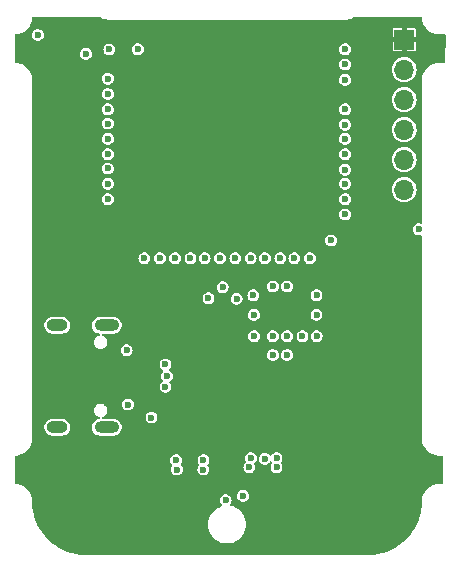
<source format=gbr>
%TF.GenerationSoftware,KiCad,Pcbnew,7.0.5-7.0.5~ubuntu23.04.1*%
%TF.CreationDate,2023-06-30T21:45:37+02:00*%
%TF.ProjectId,ESP32_UniBoard_panelized,45535033-325f-4556-9e69-426f6172645f,rev?*%
%TF.SameCoordinates,Original*%
%TF.FileFunction,Copper,L2,Inr*%
%TF.FilePolarity,Positive*%
%FSLAX46Y46*%
G04 Gerber Fmt 4.6, Leading zero omitted, Abs format (unit mm)*
G04 Created by KiCad (PCBNEW 7.0.5-7.0.5~ubuntu23.04.1) date 2023-06-30 21:45:37*
%MOMM*%
%LPD*%
G01*
G04 APERTURE LIST*
%TA.AperFunction,ComponentPad*%
%ADD10R,1.700000X1.700000*%
%TD*%
%TA.AperFunction,ComponentPad*%
%ADD11O,1.700000X1.700000*%
%TD*%
%TA.AperFunction,ComponentPad*%
%ADD12O,2.100000X1.000000*%
%TD*%
%TA.AperFunction,ComponentPad*%
%ADD13O,1.800000X1.000000*%
%TD*%
%TA.AperFunction,ViaPad*%
%ADD14C,0.600000*%
%TD*%
G04 APERTURE END LIST*
D10*
%TO.N,GND*%
%TO.C,J2*%
X136117300Y-52500000D03*
D11*
%TO.N,/ESP_TX*%
X136117300Y-55040000D03*
%TO.N,/ESP_RX*%
X136117300Y-57580000D03*
%TO.N,+3V3*%
X136117300Y-60120000D03*
%TO.N,/EN*%
X136117300Y-62660000D03*
%TO.N,/BOOT*%
X136117300Y-65200000D03*
%TD*%
D12*
%TO.N,unconnected-(J1-SHIELD-PadS1)*%
%TO.C,J1*%
X110929500Y-76683200D03*
D13*
X106729500Y-76683200D03*
D12*
X110929500Y-85323200D03*
D13*
X106729500Y-85323200D03*
%TD*%
D14*
%TO.N,GND*%
X106967300Y-89303200D03*
X115600000Y-93400000D03*
X114500000Y-92100000D03*
X117467300Y-83603200D03*
X112817300Y-84678200D03*
X128100000Y-92100000D03*
X135467300Y-89303200D03*
X126917300Y-93253700D03*
X123417300Y-79778200D03*
X116100000Y-89100000D03*
X107017300Y-57103200D03*
X126300000Y-89200000D03*
X105192300Y-57128200D03*
X117400000Y-57600000D03*
X111142300Y-52053200D03*
X113542300Y-52028200D03*
X120776591Y-88923409D03*
X113500000Y-81000000D03*
X117517300Y-60503200D03*
X107217300Y-52153200D03*
X117517300Y-59103200D03*
X119492300Y-76328200D03*
X118917300Y-60503200D03*
X109142300Y-52153200D03*
X121717300Y-59103200D03*
X134600000Y-81400000D03*
X136000000Y-81400000D03*
X120317300Y-59103200D03*
X124142300Y-82778200D03*
X131092300Y-52028200D03*
X118917300Y-59103200D03*
X121800000Y-57600000D03*
X121717300Y-60503200D03*
X120317300Y-60503200D03*
X121892300Y-76378200D03*
X118917300Y-57603200D03*
X112642300Y-77653200D03*
X121723409Y-87976591D03*
X121700000Y-61900000D03*
X126600000Y-87000000D03*
X120317300Y-61903200D03*
X120317300Y-57603200D03*
X122167300Y-81253200D03*
X111117300Y-74878200D03*
X111142300Y-87178200D03*
X117500000Y-61900000D03*
X116058732Y-87893467D03*
X118917300Y-61903200D03*
X128667300Y-52028200D03*
%TO.N,+3V3*%
X125300000Y-87930497D03*
X119542300Y-74403200D03*
X126200000Y-77600000D03*
X113567300Y-53303200D03*
X121917300Y-74453200D03*
X128686800Y-75800000D03*
X127500000Y-77600000D03*
X126200000Y-79200000D03*
X123124829Y-87940690D03*
X125000000Y-79200000D03*
X109167300Y-53703200D03*
X125000000Y-73400000D03*
X125000000Y-77600000D03*
X105092300Y-52103200D03*
X111142300Y-53328200D03*
X123400000Y-77600000D03*
X123392300Y-75803200D03*
X119100000Y-88900000D03*
X128686800Y-74128200D03*
X128700000Y-77600000D03*
X116869503Y-88900000D03*
X120742300Y-73453200D03*
X123342300Y-74153200D03*
X126200000Y-73400000D03*
%TO.N,/BOOT*%
X129917300Y-69503200D03*
X124300000Y-88000000D03*
%TO.N,VBUS*%
X114715100Y-84493200D03*
X112715100Y-83393200D03*
X116015100Y-80993200D03*
X112615100Y-78793200D03*
%TO.N,+5V*%
X123000000Y-88700000D03*
X116800000Y-88100000D03*
X119117300Y-88100000D03*
X125300000Y-88700000D03*
%TO.N,/ESP_TX*%
X131117300Y-55903200D03*
%TO.N,/ESP_RX*%
X122474414Y-91125586D03*
%TO.N,/GPIO4*%
X111017300Y-55803200D03*
%TO.N,/GPIO5*%
X111017300Y-57103200D03*
%TO.N,/GPIO6*%
X111017300Y-58403200D03*
%TO.N,/GPIO7*%
X111017300Y-59603200D03*
%TO.N,/GPIO15*%
X111017300Y-60903200D03*
%TO.N,/GPIO16*%
X111017300Y-62203200D03*
%TO.N,/GPIO17*%
X111017300Y-63403200D03*
%TO.N,/GPIO18*%
X111017300Y-64703200D03*
%TO.N,/GPIO8*%
X111017300Y-66003200D03*
%TO.N,/GPIO3*%
X114117300Y-71003200D03*
%TO.N,/GPIO46*%
X115417300Y-71003200D03*
%TO.N,/GPIO9*%
X116717300Y-71003200D03*
%TO.N,/GPIO10*%
X118017300Y-71003200D03*
%TO.N,/GPIO11*%
X119217300Y-71003200D03*
%TO.N,/GPIO12*%
X120517300Y-71003200D03*
%TO.N,/GPIO13*%
X121817300Y-71003200D03*
%TO.N,/GPIO14*%
X123117300Y-71003200D03*
%TO.N,/GPIO21*%
X124317300Y-71003200D03*
%TO.N,/GPIO47*%
X125617300Y-71003200D03*
%TO.N,/GPIO48*%
X126817300Y-71003200D03*
%TO.N,/GPIO45*%
X128117300Y-71003200D03*
%TO.N,/GPIO35*%
X131117300Y-67303200D03*
%TO.N,/GPIO36*%
X131117300Y-66003200D03*
%TO.N,/GPIO37*%
X131117300Y-64703200D03*
%TO.N,/GPIO38*%
X131117300Y-63503200D03*
%TO.N,/GPIO39*%
X131117300Y-62203200D03*
%TO.N,/GPIO40*%
X131117300Y-60903200D03*
%TO.N,/GPIO41*%
X131117300Y-59703200D03*
%TO.N,/GPIO42*%
X131117300Y-58403200D03*
%TO.N,/GPIO2*%
X131117300Y-54603200D03*
%TO.N,/GPIO1*%
X120987800Y-91499068D03*
X131117300Y-53303200D03*
X137358900Y-68558900D03*
%TO.N,/DPr_P*%
X115900000Y-81900000D03*
%TO.N,/DPr_N*%
X115900000Y-80000000D03*
%TD*%
%TA.AperFunction,Conductor*%
%TO.N,GND*%
G36*
X110308910Y-50567327D02*
G01*
X110382837Y-50614837D01*
X110396353Y-50623523D01*
X110591582Y-50712681D01*
X110591586Y-50712682D01*
X110591590Y-50712684D01*
X110797531Y-50773154D01*
X110797534Y-50773154D01*
X110797536Y-50773155D01*
X110867812Y-50783259D01*
X111009982Y-50803700D01*
X111009989Y-50803700D01*
X131224611Y-50803700D01*
X131224618Y-50803700D01*
X131402731Y-50778091D01*
X131437063Y-50773155D01*
X131437063Y-50773154D01*
X131437069Y-50773154D01*
X131643010Y-50712684D01*
X131733649Y-50671291D01*
X131838246Y-50623523D01*
X131838246Y-50623522D01*
X131838250Y-50623521D01*
X131925689Y-50567327D01*
X131973805Y-50553200D01*
X137527800Y-50553200D01*
X137585008Y-50574022D01*
X137615448Y-50626745D01*
X137616800Y-50642200D01*
X137616800Y-50671291D01*
X137653747Y-50904570D01*
X137654342Y-50906400D01*
X137726732Y-51129192D01*
X137830093Y-51332050D01*
X137833958Y-51339635D01*
X137833960Y-51339638D01*
X137972778Y-51530704D01*
X137972780Y-51530706D01*
X137972783Y-51530710D01*
X138139790Y-51697717D01*
X138139793Y-51697719D01*
X138139795Y-51697721D01*
X138330861Y-51836539D01*
X138330867Y-51836543D01*
X138541308Y-51943768D01*
X138765932Y-52016753D01*
X138999208Y-52053700D01*
X139235392Y-52053700D01*
X139468668Y-52016753D01*
X139492510Y-52009006D01*
X139553352Y-52011129D01*
X139598596Y-52051864D01*
X139609014Y-52094128D01*
X139596567Y-54409185D01*
X139575437Y-54466280D01*
X139522551Y-54496436D01*
X139480064Y-54493350D01*
X139468668Y-54489647D01*
X139235392Y-54452700D01*
X138999208Y-54452700D01*
X138765929Y-54489647D01*
X138541308Y-54562632D01*
X138330864Y-54669858D01*
X138330861Y-54669860D01*
X138139795Y-54808678D01*
X137972778Y-54975695D01*
X137833960Y-55166761D01*
X137833958Y-55166764D01*
X137726732Y-55377208D01*
X137653747Y-55601829D01*
X137616800Y-55835108D01*
X137616800Y-67994106D01*
X137595978Y-68051314D01*
X137543255Y-68081754D01*
X137502727Y-68079501D01*
X137430862Y-68058400D01*
X137430861Y-68058400D01*
X137286939Y-68058400D01*
X137286937Y-68058400D01*
X137148850Y-68098945D01*
X137027771Y-68176757D01*
X136933523Y-68285525D01*
X136933521Y-68285528D01*
X136873734Y-68416443D01*
X136853253Y-68558899D01*
X136853253Y-68558900D01*
X136873734Y-68701356D01*
X136933521Y-68832271D01*
X136933523Y-68832274D01*
X137027771Y-68941042D01*
X137027772Y-68941043D01*
X137148847Y-69018853D01*
X137286939Y-69059400D01*
X137286942Y-69059400D01*
X137430858Y-69059400D01*
X137430861Y-69059400D01*
X137502728Y-69038298D01*
X137563483Y-69042159D01*
X137607543Y-69084171D01*
X137616800Y-69123693D01*
X137616800Y-86336891D01*
X137653747Y-86570170D01*
X137654342Y-86572000D01*
X137726732Y-86794792D01*
X137830093Y-86997650D01*
X137833958Y-87005235D01*
X137833960Y-87005238D01*
X137972778Y-87196304D01*
X137972780Y-87196306D01*
X137972783Y-87196310D01*
X138139790Y-87363317D01*
X138139793Y-87363319D01*
X138139795Y-87363321D01*
X138301404Y-87480737D01*
X138330867Y-87502143D01*
X138541308Y-87609368D01*
X138765932Y-87682353D01*
X138999208Y-87719300D01*
X139235390Y-87719300D01*
X139235392Y-87719300D01*
X139314152Y-87706825D01*
X139373911Y-87718441D01*
X139412224Y-87765753D01*
X139417072Y-87795207D01*
X139404996Y-90041435D01*
X139383866Y-90098531D01*
X139330980Y-90128687D01*
X139302075Y-90128861D01*
X139235393Y-90118300D01*
X139235392Y-90118300D01*
X138999208Y-90118300D01*
X138765929Y-90155247D01*
X138541308Y-90228232D01*
X138330864Y-90335458D01*
X138330861Y-90335460D01*
X138139795Y-90474278D01*
X137972778Y-90641295D01*
X137833960Y-90832361D01*
X137833958Y-90832364D01*
X137726732Y-91042808D01*
X137653747Y-91267429D01*
X137616800Y-91500708D01*
X137616800Y-91617835D01*
X137616758Y-91619748D01*
X137607484Y-91832166D01*
X137599763Y-92009006D01*
X137599424Y-92012875D01*
X137548694Y-92398211D01*
X137548022Y-92402023D01*
X137502017Y-92609541D01*
X137463905Y-92781451D01*
X137462900Y-92785203D01*
X137346029Y-93155870D01*
X137344700Y-93159520D01*
X137195977Y-93518570D01*
X137194336Y-93522090D01*
X137014878Y-93866824D01*
X137012936Y-93870188D01*
X136804115Y-94197972D01*
X136801888Y-94201154D01*
X136565305Y-94509473D01*
X136562809Y-94512449D01*
X136300240Y-94798993D01*
X136297493Y-94801740D01*
X136010949Y-95064309D01*
X136007973Y-95066805D01*
X135699654Y-95303388D01*
X135696472Y-95305615D01*
X135368688Y-95514436D01*
X135365324Y-95516378D01*
X135020590Y-95695836D01*
X135017070Y-95697477D01*
X134658020Y-95846200D01*
X134654370Y-95847529D01*
X134283703Y-95964400D01*
X134279951Y-95965405D01*
X134138211Y-95996828D01*
X133900523Y-96049522D01*
X133896711Y-96050194D01*
X133511375Y-96100924D01*
X133507506Y-96101263D01*
X133422778Y-96104962D01*
X133118247Y-96118258D01*
X133116336Y-96118300D01*
X109118264Y-96118300D01*
X109116352Y-96118258D01*
X108795118Y-96104233D01*
X108727093Y-96101263D01*
X108723224Y-96100924D01*
X108337888Y-96050194D01*
X108334079Y-96049522D01*
X107954650Y-95965405D01*
X107950896Y-95964400D01*
X107580229Y-95847529D01*
X107576579Y-95846200D01*
X107217529Y-95697477D01*
X107214009Y-95695836D01*
X106869275Y-95516378D01*
X106865911Y-95514436D01*
X106538127Y-95305615D01*
X106534957Y-95303396D01*
X106243918Y-95080074D01*
X106226626Y-95066805D01*
X106223650Y-95064309D01*
X105937106Y-94801740D01*
X105934359Y-94798993D01*
X105671790Y-94512449D01*
X105669294Y-94509473D01*
X105494793Y-94282060D01*
X105432700Y-94201138D01*
X105430484Y-94197972D01*
X105221663Y-93870188D01*
X105219721Y-93866824D01*
X105056458Y-93553200D01*
X119511851Y-93553200D01*
X119531617Y-93804350D01*
X119590425Y-94049306D01*
X119686834Y-94282060D01*
X119818461Y-94496856D01*
X119818463Y-94496858D01*
X119818464Y-94496859D01*
X119982076Y-94688424D01*
X119982082Y-94688429D01*
X120173641Y-94852036D01*
X120173643Y-94852038D01*
X120388439Y-94983665D01*
X120388441Y-94983666D01*
X120621189Y-95080073D01*
X120866152Y-95138883D01*
X121054418Y-95153700D01*
X121054424Y-95153700D01*
X121180176Y-95153700D01*
X121180182Y-95153700D01*
X121368448Y-95138883D01*
X121613411Y-95080073D01*
X121846159Y-94983666D01*
X122060959Y-94852036D01*
X122252524Y-94688424D01*
X122416136Y-94496859D01*
X122547766Y-94282059D01*
X122644173Y-94049311D01*
X122702983Y-93804348D01*
X122722749Y-93553200D01*
X122702983Y-93302052D01*
X122644173Y-93057089D01*
X122547766Y-92824341D01*
X122523782Y-92785203D01*
X122416138Y-92609543D01*
X122416136Y-92609541D01*
X122252529Y-92417982D01*
X122252524Y-92417976D01*
X122060959Y-92254364D01*
X122060958Y-92254363D01*
X122060956Y-92254361D01*
X121846160Y-92122734D01*
X121613407Y-92026325D01*
X121407908Y-91976990D01*
X121357142Y-91943388D01*
X121339851Y-91885016D01*
X121361422Y-91832169D01*
X121413177Y-91772441D01*
X121472965Y-91641525D01*
X121493447Y-91499068D01*
X121472965Y-91356611D01*
X121432517Y-91268043D01*
X121413178Y-91225696D01*
X121413176Y-91225693D01*
X121326433Y-91125586D01*
X121968767Y-91125586D01*
X121989248Y-91268042D01*
X122049035Y-91398957D01*
X122049037Y-91398960D01*
X122127508Y-91489520D01*
X122143286Y-91507729D01*
X122264361Y-91585539D01*
X122402453Y-91626086D01*
X122402456Y-91626086D01*
X122546372Y-91626086D01*
X122546375Y-91626086D01*
X122684467Y-91585539D01*
X122805542Y-91507729D01*
X122899791Y-91398959D01*
X122959579Y-91268043D01*
X122980061Y-91125586D01*
X122968159Y-91042808D01*
X122959579Y-90983129D01*
X122899792Y-90852214D01*
X122899790Y-90852211D01*
X122805542Y-90743443D01*
X122805541Y-90743443D01*
X122684467Y-90665633D01*
X122684465Y-90665632D01*
X122684463Y-90665631D01*
X122546376Y-90625086D01*
X122546375Y-90625086D01*
X122402453Y-90625086D01*
X122402451Y-90625086D01*
X122264364Y-90665631D01*
X122143285Y-90743443D01*
X122049037Y-90852211D01*
X122049035Y-90852214D01*
X121989248Y-90983129D01*
X121968767Y-91125585D01*
X121968767Y-91125586D01*
X121326433Y-91125586D01*
X121318928Y-91116925D01*
X121203599Y-91042808D01*
X121197853Y-91039115D01*
X121197851Y-91039114D01*
X121197849Y-91039113D01*
X121059762Y-90998568D01*
X121059761Y-90998568D01*
X120915839Y-90998568D01*
X120915837Y-90998568D01*
X120777750Y-91039113D01*
X120656671Y-91116925D01*
X120562423Y-91225693D01*
X120562421Y-91225696D01*
X120502634Y-91356611D01*
X120482153Y-91499067D01*
X120482153Y-91499068D01*
X120502634Y-91641524D01*
X120562421Y-91772439D01*
X120562423Y-91772442D01*
X120659092Y-91884004D01*
X120680819Y-91940874D01*
X120660907Y-91998405D01*
X120623923Y-92023791D01*
X120624420Y-92024989D01*
X120621190Y-92026326D01*
X120621189Y-92026327D01*
X120558848Y-92052149D01*
X120388439Y-92122734D01*
X120173643Y-92254361D01*
X120173641Y-92254363D01*
X119982082Y-92417970D01*
X119982070Y-92417982D01*
X119818463Y-92609541D01*
X119818461Y-92609543D01*
X119686834Y-92824339D01*
X119590425Y-93057093D01*
X119531617Y-93302049D01*
X119511851Y-93553200D01*
X105056458Y-93553200D01*
X105040263Y-93522090D01*
X105038622Y-93518570D01*
X104889899Y-93159520D01*
X104888570Y-93155870D01*
X104771699Y-92785203D01*
X104770697Y-92781465D01*
X104686572Y-92402001D01*
X104685905Y-92398211D01*
X104635175Y-92012875D01*
X104634837Y-92009024D01*
X104617841Y-91619748D01*
X104617800Y-91617835D01*
X104617800Y-91500708D01*
X104601685Y-91398960D01*
X104580853Y-91267432D01*
X104507868Y-91042808D01*
X104400643Y-90832367D01*
X104336036Y-90743443D01*
X104261821Y-90641295D01*
X104261819Y-90641293D01*
X104261817Y-90641290D01*
X104094810Y-90474283D01*
X104094806Y-90474280D01*
X104094804Y-90474278D01*
X103903738Y-90335460D01*
X103903735Y-90335458D01*
X103896150Y-90331593D01*
X103693292Y-90228232D01*
X103618417Y-90203903D01*
X103468670Y-90155247D01*
X103235392Y-90118300D01*
X103206300Y-90118300D01*
X103149092Y-90097478D01*
X103118652Y-90044755D01*
X103117300Y-90029300D01*
X103117300Y-88100000D01*
X116294353Y-88100000D01*
X116314834Y-88242456D01*
X116374621Y-88373371D01*
X116374623Y-88373374D01*
X116468595Y-88481823D01*
X116490322Y-88538693D01*
X116470410Y-88596224D01*
X116468596Y-88598386D01*
X116444126Y-88626625D01*
X116444124Y-88626628D01*
X116384337Y-88757543D01*
X116363856Y-88899999D01*
X116363856Y-88900000D01*
X116384337Y-89042456D01*
X116444124Y-89173371D01*
X116444126Y-89173374D01*
X116467631Y-89200500D01*
X116538375Y-89282143D01*
X116659450Y-89359953D01*
X116797542Y-89400500D01*
X116797545Y-89400500D01*
X116941461Y-89400500D01*
X116941464Y-89400500D01*
X117079556Y-89359953D01*
X117200631Y-89282143D01*
X117294880Y-89173373D01*
X117354668Y-89042457D01*
X117375150Y-88900000D01*
X118594353Y-88900000D01*
X118614834Y-89042456D01*
X118674621Y-89173371D01*
X118674623Y-89173374D01*
X118698128Y-89200500D01*
X118768872Y-89282143D01*
X118889947Y-89359953D01*
X119028039Y-89400500D01*
X119028042Y-89400500D01*
X119171958Y-89400500D01*
X119171961Y-89400500D01*
X119310053Y-89359953D01*
X119431128Y-89282143D01*
X119525377Y-89173373D01*
X119585165Y-89042457D01*
X119605647Y-88900000D01*
X119585165Y-88757543D01*
X119558886Y-88700000D01*
X122494353Y-88700000D01*
X122514834Y-88842456D01*
X122574621Y-88973371D01*
X122574623Y-88973374D01*
X122634483Y-89042456D01*
X122668872Y-89082143D01*
X122789947Y-89159953D01*
X122928039Y-89200500D01*
X122928042Y-89200500D01*
X123071958Y-89200500D01*
X123071961Y-89200500D01*
X123210053Y-89159953D01*
X123331128Y-89082143D01*
X123425377Y-88973373D01*
X123485165Y-88842457D01*
X123505647Y-88700000D01*
X123485165Y-88557543D01*
X123427705Y-88431726D01*
X123422881Y-88371039D01*
X123452839Y-88328967D01*
X123451141Y-88327007D01*
X123455955Y-88322834D01*
X123455954Y-88322834D01*
X123455957Y-88322833D01*
X123550206Y-88214063D01*
X123609994Y-88083147D01*
X123620056Y-88013157D01*
X123638507Y-87978719D01*
X123777345Y-87978719D01*
X123795263Y-88007595D01*
X123796244Y-88013158D01*
X123814834Y-88142456D01*
X123874621Y-88273371D01*
X123874623Y-88273374D01*
X123961408Y-88373529D01*
X123968872Y-88382143D01*
X124089947Y-88459953D01*
X124228039Y-88500500D01*
X124228042Y-88500500D01*
X124371958Y-88500500D01*
X124371961Y-88500500D01*
X124510053Y-88459953D01*
X124631128Y-88382143D01*
X124725377Y-88273373D01*
X124740144Y-88241035D01*
X124782848Y-88197649D01*
X124843452Y-88191861D01*
X124888363Y-88219727D01*
X124920630Y-88256966D01*
X124942357Y-88313837D01*
X124922444Y-88371368D01*
X124920631Y-88373529D01*
X124874623Y-88426625D01*
X124874621Y-88426628D01*
X124814834Y-88557543D01*
X124794353Y-88699999D01*
X124794353Y-88700000D01*
X124814834Y-88842456D01*
X124874621Y-88973371D01*
X124874623Y-88973374D01*
X124934483Y-89042456D01*
X124968872Y-89082143D01*
X125089947Y-89159953D01*
X125228039Y-89200500D01*
X125228042Y-89200500D01*
X125371958Y-89200500D01*
X125371961Y-89200500D01*
X125510053Y-89159953D01*
X125631128Y-89082143D01*
X125725377Y-88973373D01*
X125785165Y-88842457D01*
X125805647Y-88700000D01*
X125785165Y-88557543D01*
X125764089Y-88511393D01*
X125725378Y-88426628D01*
X125725375Y-88426625D01*
X125679369Y-88373530D01*
X125657642Y-88316659D01*
X125677554Y-88259128D01*
X125679329Y-88257011D01*
X125725377Y-88203870D01*
X125785165Y-88072954D01*
X125805647Y-87930497D01*
X125804996Y-87925972D01*
X125785165Y-87788040D01*
X125725378Y-87657125D01*
X125725376Y-87657122D01*
X125631128Y-87548354D01*
X125559222Y-87502143D01*
X125510053Y-87470544D01*
X125510051Y-87470543D01*
X125510049Y-87470542D01*
X125371962Y-87429997D01*
X125371961Y-87429997D01*
X125228039Y-87429997D01*
X125228037Y-87429997D01*
X125089950Y-87470542D01*
X124968871Y-87548354D01*
X124874624Y-87657122D01*
X124859855Y-87689461D01*
X124817148Y-87732848D01*
X124756544Y-87738634D01*
X124711636Y-87710769D01*
X124631128Y-87617857D01*
X124602564Y-87599500D01*
X124510053Y-87540047D01*
X124510051Y-87540046D01*
X124510049Y-87540045D01*
X124371962Y-87499500D01*
X124371961Y-87499500D01*
X124228039Y-87499500D01*
X124228037Y-87499500D01*
X124089950Y-87540045D01*
X123968871Y-87617857D01*
X123874623Y-87726625D01*
X123874621Y-87726628D01*
X123814834Y-87857543D01*
X123804772Y-87927531D01*
X123777345Y-87978719D01*
X123638507Y-87978719D01*
X123647481Y-87961969D01*
X123629565Y-87933092D01*
X123628584Y-87927531D01*
X123609994Y-87798233D01*
X123550207Y-87667318D01*
X123550205Y-87667315D01*
X123455957Y-87558547D01*
X123368184Y-87502139D01*
X123334882Y-87480737D01*
X123334880Y-87480736D01*
X123334878Y-87480735D01*
X123196791Y-87440190D01*
X123196790Y-87440190D01*
X123052868Y-87440190D01*
X123052866Y-87440190D01*
X122914779Y-87480735D01*
X122793700Y-87558547D01*
X122699452Y-87667315D01*
X122699450Y-87667318D01*
X122639663Y-87798233D01*
X122619182Y-87940689D01*
X122619182Y-87940690D01*
X122639663Y-88083146D01*
X122697122Y-88208962D01*
X122701947Y-88269650D01*
X122671982Y-88311729D01*
X122673681Y-88313690D01*
X122668870Y-88317858D01*
X122574624Y-88426625D01*
X122574621Y-88426628D01*
X122514834Y-88557543D01*
X122494353Y-88699999D01*
X122494353Y-88700000D01*
X119558886Y-88700000D01*
X119525378Y-88626629D01*
X119525378Y-88626628D01*
X119525375Y-88626625D01*
X119474806Y-88568264D01*
X119453079Y-88511393D01*
X119472991Y-88453862D01*
X119474754Y-88451759D01*
X119542677Y-88373373D01*
X119602465Y-88242457D01*
X119622947Y-88100000D01*
X119619058Y-88072954D01*
X119602465Y-87957543D01*
X119542678Y-87826628D01*
X119542676Y-87826625D01*
X119448428Y-87717857D01*
X119404243Y-87689461D01*
X119327353Y-87640047D01*
X119327351Y-87640046D01*
X119327349Y-87640045D01*
X119189262Y-87599500D01*
X119189261Y-87599500D01*
X119045339Y-87599500D01*
X119045337Y-87599500D01*
X118907250Y-87640045D01*
X118786171Y-87717857D01*
X118691923Y-87826625D01*
X118691921Y-87826628D01*
X118632134Y-87957543D01*
X118611653Y-88099999D01*
X118611653Y-88100000D01*
X118632134Y-88242456D01*
X118691921Y-88373371D01*
X118691924Y-88373374D01*
X118742493Y-88431735D01*
X118764220Y-88488606D01*
X118744308Y-88546137D01*
X118742493Y-88548299D01*
X118674624Y-88626625D01*
X118674621Y-88626628D01*
X118614834Y-88757543D01*
X118594353Y-88899999D01*
X118594353Y-88900000D01*
X117375150Y-88900000D01*
X117354668Y-88757543D01*
X117294880Y-88626627D01*
X117200905Y-88518174D01*
X117179180Y-88461306D01*
X117199092Y-88403775D01*
X117200866Y-88401658D01*
X117225377Y-88373373D01*
X117285165Y-88242457D01*
X117305647Y-88100000D01*
X117301758Y-88072954D01*
X117285165Y-87957543D01*
X117225378Y-87826628D01*
X117225376Y-87826625D01*
X117131128Y-87717857D01*
X117086943Y-87689461D01*
X117010053Y-87640047D01*
X117010051Y-87640046D01*
X117010049Y-87640045D01*
X116871962Y-87599500D01*
X116871961Y-87599500D01*
X116728039Y-87599500D01*
X116728037Y-87599500D01*
X116589950Y-87640045D01*
X116468871Y-87717857D01*
X116374623Y-87826625D01*
X116374621Y-87826628D01*
X116314834Y-87957543D01*
X116294353Y-88099999D01*
X116294353Y-88100000D01*
X103117300Y-88100000D01*
X103117300Y-87808300D01*
X103138122Y-87751092D01*
X103190845Y-87720652D01*
X103206300Y-87719300D01*
X103235392Y-87719300D01*
X103468668Y-87682353D01*
X103693292Y-87609368D01*
X103903733Y-87502143D01*
X104094810Y-87363317D01*
X104261817Y-87196310D01*
X104400643Y-87005233D01*
X104507868Y-86794792D01*
X104580853Y-86570168D01*
X104617800Y-86336892D01*
X104617800Y-86218800D01*
X104617800Y-86152908D01*
X104617800Y-85408255D01*
X105629000Y-85408255D01*
X105669709Y-85573424D01*
X105669710Y-85573425D01*
X105748766Y-85724052D01*
X105861571Y-85851383D01*
X105861572Y-85851384D01*
X105861575Y-85851386D01*
X106001567Y-85948016D01*
X106001570Y-85948018D01*
X106160628Y-86008340D01*
X106287128Y-86023700D01*
X106287130Y-86023700D01*
X107171870Y-86023700D01*
X107171872Y-86023700D01*
X107298372Y-86008340D01*
X107457430Y-85948018D01*
X107597429Y-85851383D01*
X107710234Y-85724052D01*
X107789290Y-85573425D01*
X107830000Y-85408256D01*
X107830000Y-85408255D01*
X109679000Y-85408255D01*
X109719709Y-85573424D01*
X109719710Y-85573425D01*
X109798766Y-85724052D01*
X109911571Y-85851383D01*
X109911572Y-85851384D01*
X109911575Y-85851386D01*
X110051567Y-85948016D01*
X110051570Y-85948018D01*
X110210628Y-86008340D01*
X110337128Y-86023700D01*
X110337130Y-86023700D01*
X111521870Y-86023700D01*
X111521872Y-86023700D01*
X111648372Y-86008340D01*
X111807430Y-85948018D01*
X111947429Y-85851383D01*
X112060234Y-85724052D01*
X112139290Y-85573425D01*
X112180000Y-85408256D01*
X112180000Y-85238144D01*
X112139290Y-85072975D01*
X112060234Y-84922348D01*
X111947429Y-84795017D01*
X111947428Y-84795016D01*
X111947427Y-84795015D01*
X111947424Y-84795013D01*
X111807432Y-84698383D01*
X111807430Y-84698382D01*
X111648372Y-84638060D01*
X111521872Y-84622700D01*
X110599620Y-84622700D01*
X110542412Y-84601878D01*
X110511972Y-84549155D01*
X110521839Y-84493200D01*
X114209453Y-84493200D01*
X114229934Y-84635656D01*
X114289721Y-84766571D01*
X114289723Y-84766574D01*
X114383971Y-84875342D01*
X114383972Y-84875343D01*
X114505047Y-84953153D01*
X114643139Y-84993700D01*
X114643142Y-84993700D01*
X114787058Y-84993700D01*
X114787061Y-84993700D01*
X114925153Y-84953153D01*
X115046228Y-84875343D01*
X115140477Y-84766573D01*
X115200265Y-84635657D01*
X115220747Y-84493200D01*
X115217224Y-84468700D01*
X115200265Y-84350743D01*
X115140478Y-84219828D01*
X115140476Y-84219825D01*
X115046228Y-84111057D01*
X115046228Y-84111056D01*
X114925153Y-84033247D01*
X114925151Y-84033246D01*
X114925149Y-84033245D01*
X114787062Y-83992700D01*
X114787061Y-83992700D01*
X114643139Y-83992700D01*
X114643137Y-83992700D01*
X114505050Y-84033245D01*
X114383971Y-84111057D01*
X114289723Y-84219825D01*
X114289721Y-84219828D01*
X114229934Y-84350743D01*
X114209453Y-84493199D01*
X114209453Y-84493200D01*
X110521839Y-84493200D01*
X110522544Y-84489200D01*
X110565561Y-84451475D01*
X110649394Y-84416748D01*
X110699733Y-84395898D01*
X110819951Y-84303651D01*
X110912198Y-84183433D01*
X110970187Y-84043436D01*
X110989966Y-83893200D01*
X110970187Y-83742964D01*
X110912198Y-83602967D01*
X110819951Y-83482749D01*
X110819946Y-83482745D01*
X110819945Y-83482744D01*
X110703249Y-83393200D01*
X112209453Y-83393200D01*
X112229934Y-83535656D01*
X112289721Y-83666571D01*
X112289723Y-83666574D01*
X112383971Y-83775342D01*
X112383972Y-83775343D01*
X112505047Y-83853153D01*
X112643139Y-83893700D01*
X112643142Y-83893700D01*
X112787058Y-83893700D01*
X112787061Y-83893700D01*
X112925153Y-83853153D01*
X113046228Y-83775343D01*
X113140477Y-83666573D01*
X113200265Y-83535657D01*
X113220747Y-83393200D01*
X113220359Y-83390504D01*
X113200265Y-83250743D01*
X113140478Y-83119828D01*
X113140476Y-83119825D01*
X113046228Y-83011057D01*
X113046228Y-83011056D01*
X112925153Y-82933247D01*
X112925151Y-82933246D01*
X112925149Y-82933245D01*
X112787062Y-82892700D01*
X112787061Y-82892700D01*
X112643139Y-82892700D01*
X112643137Y-82892700D01*
X112505050Y-82933245D01*
X112383971Y-83011057D01*
X112289723Y-83119825D01*
X112289721Y-83119828D01*
X112229934Y-83250743D01*
X112209453Y-83393199D01*
X112209453Y-83393200D01*
X110703249Y-83393200D01*
X110699733Y-83390502D01*
X110699729Y-83390500D01*
X110699727Y-83390499D01*
X110559740Y-83332514D01*
X110559741Y-83332514D01*
X110559737Y-83332513D01*
X110559736Y-83332513D01*
X110478513Y-83321819D01*
X110447221Y-83317700D01*
X110447220Y-83317700D01*
X110371780Y-83317700D01*
X110371778Y-83317700D01*
X110322811Y-83324146D01*
X110259264Y-83332513D01*
X110259262Y-83332513D01*
X110259259Y-83332514D01*
X110119272Y-83390499D01*
X110119264Y-83390504D01*
X109999054Y-83482744D01*
X109999044Y-83482754D01*
X109906804Y-83602964D01*
X109906799Y-83602972D01*
X109848814Y-83742958D01*
X109848813Y-83742963D01*
X109848813Y-83742964D01*
X109829034Y-83893200D01*
X109847471Y-84033245D01*
X109848814Y-84043441D01*
X109906799Y-84183427D01*
X109906800Y-84183429D01*
X109906802Y-84183433D01*
X109999049Y-84303651D01*
X110119267Y-84395898D01*
X110119272Y-84395900D01*
X110259259Y-84453885D01*
X110259259Y-84453886D01*
X110259262Y-84453886D01*
X110259264Y-84453887D01*
X110266319Y-84454815D01*
X110320320Y-84482924D01*
X110343619Y-84539169D01*
X110325314Y-84597232D01*
X110273970Y-84629944D01*
X110265433Y-84631405D01*
X110210627Y-84638060D01*
X110051567Y-84698383D01*
X109911575Y-84795013D01*
X109911572Y-84795015D01*
X109850667Y-84863763D01*
X109798766Y-84922348D01*
X109798765Y-84922349D01*
X109798764Y-84922351D01*
X109798762Y-84922354D01*
X109719709Y-85072975D01*
X109679000Y-85238144D01*
X109679000Y-85408255D01*
X107830000Y-85408255D01*
X107830000Y-85238144D01*
X107789290Y-85072975D01*
X107710234Y-84922348D01*
X107597429Y-84795017D01*
X107597428Y-84795016D01*
X107597427Y-84795015D01*
X107597424Y-84795013D01*
X107457432Y-84698383D01*
X107457430Y-84698382D01*
X107298372Y-84638060D01*
X107171872Y-84622700D01*
X106287128Y-84622700D01*
X106160628Y-84638060D01*
X106001567Y-84698383D01*
X105861575Y-84795013D01*
X105861572Y-84795015D01*
X105800667Y-84863763D01*
X105748766Y-84922348D01*
X105748765Y-84922349D01*
X105748764Y-84922351D01*
X105748762Y-84922354D01*
X105669709Y-85072975D01*
X105629000Y-85238144D01*
X105629000Y-85408255D01*
X104617800Y-85408255D01*
X104617800Y-81900000D01*
X115394353Y-81900000D01*
X115414834Y-82042456D01*
X115474621Y-82173371D01*
X115474623Y-82173374D01*
X115568871Y-82282142D01*
X115568872Y-82282143D01*
X115689947Y-82359953D01*
X115828039Y-82400500D01*
X115828042Y-82400500D01*
X115971958Y-82400500D01*
X115971961Y-82400500D01*
X116110053Y-82359953D01*
X116231128Y-82282143D01*
X116325377Y-82173373D01*
X116385165Y-82042457D01*
X116405647Y-81900000D01*
X116385165Y-81757543D01*
X116325377Y-81626627D01*
X116260237Y-81551451D01*
X116238512Y-81494584D01*
X116258424Y-81437053D01*
X116279380Y-81418303D01*
X116346228Y-81375343D01*
X116440477Y-81266573D01*
X116500265Y-81135657D01*
X116520747Y-80993200D01*
X116500265Y-80850743D01*
X116500264Y-80850742D01*
X116440478Y-80719828D01*
X116440476Y-80719825D01*
X116346226Y-80611055D01*
X116227081Y-80534485D01*
X116190212Y-80486040D01*
X116193109Y-80425229D01*
X116227085Y-80384740D01*
X116231128Y-80382143D01*
X116325377Y-80273373D01*
X116385165Y-80142457D01*
X116405647Y-80000000D01*
X116385165Y-79857543D01*
X116385164Y-79857543D01*
X116325378Y-79726628D01*
X116325376Y-79726625D01*
X116231128Y-79617857D01*
X116231128Y-79617856D01*
X116110053Y-79540047D01*
X116110051Y-79540046D01*
X116110049Y-79540045D01*
X115971962Y-79499500D01*
X115971961Y-79499500D01*
X115828039Y-79499500D01*
X115828037Y-79499500D01*
X115689950Y-79540045D01*
X115568871Y-79617857D01*
X115474623Y-79726625D01*
X115474621Y-79726628D01*
X115414834Y-79857543D01*
X115394353Y-79999999D01*
X115394353Y-80000000D01*
X115414834Y-80142456D01*
X115474621Y-80273371D01*
X115474623Y-80273374D01*
X115568870Y-80382141D01*
X115568872Y-80382143D01*
X115688018Y-80458713D01*
X115724887Y-80507159D01*
X115721991Y-80567970D01*
X115688020Y-80608455D01*
X115683973Y-80611055D01*
X115589723Y-80719825D01*
X115589721Y-80719828D01*
X115529934Y-80850743D01*
X115509453Y-80993199D01*
X115509453Y-80993200D01*
X115529934Y-81135656D01*
X115589721Y-81266570D01*
X115589722Y-81266571D01*
X115589723Y-81266573D01*
X115654861Y-81341747D01*
X115676587Y-81398615D01*
X115656675Y-81456146D01*
X115635716Y-81474898D01*
X115568872Y-81517856D01*
X115474623Y-81626625D01*
X115474621Y-81626628D01*
X115414834Y-81757543D01*
X115394353Y-81899999D01*
X115394353Y-81900000D01*
X104617800Y-81900000D01*
X104617800Y-78793200D01*
X112109453Y-78793200D01*
X112129934Y-78935656D01*
X112189721Y-79066571D01*
X112189723Y-79066574D01*
X112283971Y-79175342D01*
X112283972Y-79175343D01*
X112405047Y-79253153D01*
X112543139Y-79293700D01*
X112543142Y-79293700D01*
X112687058Y-79293700D01*
X112687061Y-79293700D01*
X112825153Y-79253153D01*
X112907861Y-79200000D01*
X124494353Y-79200000D01*
X124514834Y-79342456D01*
X124574621Y-79473371D01*
X124574623Y-79473374D01*
X124668871Y-79582142D01*
X124668872Y-79582143D01*
X124789947Y-79659953D01*
X124928039Y-79700500D01*
X124928042Y-79700500D01*
X125071958Y-79700500D01*
X125071961Y-79700500D01*
X125210053Y-79659953D01*
X125331128Y-79582143D01*
X125425377Y-79473373D01*
X125485165Y-79342457D01*
X125505647Y-79200000D01*
X125694353Y-79200000D01*
X125714834Y-79342456D01*
X125774621Y-79473371D01*
X125774623Y-79473374D01*
X125868871Y-79582142D01*
X125868872Y-79582143D01*
X125989947Y-79659953D01*
X126128039Y-79700500D01*
X126128042Y-79700500D01*
X126271958Y-79700500D01*
X126271961Y-79700500D01*
X126410053Y-79659953D01*
X126531128Y-79582143D01*
X126625377Y-79473373D01*
X126685165Y-79342457D01*
X126705647Y-79200000D01*
X126685165Y-79057543D01*
X126629501Y-78935657D01*
X126625378Y-78926628D01*
X126625376Y-78926625D01*
X126531128Y-78817857D01*
X126492759Y-78793199D01*
X126410053Y-78740047D01*
X126410051Y-78740046D01*
X126410049Y-78740045D01*
X126271962Y-78699500D01*
X126271961Y-78699500D01*
X126128039Y-78699500D01*
X126128037Y-78699500D01*
X125989950Y-78740045D01*
X125868871Y-78817857D01*
X125774623Y-78926625D01*
X125774621Y-78926628D01*
X125714834Y-79057543D01*
X125694353Y-79199999D01*
X125694353Y-79200000D01*
X125505647Y-79200000D01*
X125485165Y-79057543D01*
X125429501Y-78935657D01*
X125425378Y-78926628D01*
X125425376Y-78926625D01*
X125331128Y-78817857D01*
X125292759Y-78793199D01*
X125210053Y-78740047D01*
X125210051Y-78740046D01*
X125210049Y-78740045D01*
X125071962Y-78699500D01*
X125071961Y-78699500D01*
X124928039Y-78699500D01*
X124928037Y-78699500D01*
X124789950Y-78740045D01*
X124668871Y-78817857D01*
X124574623Y-78926625D01*
X124574621Y-78926628D01*
X124514834Y-79057543D01*
X124494353Y-79199999D01*
X124494353Y-79200000D01*
X112907861Y-79200000D01*
X112946228Y-79175343D01*
X113040477Y-79066573D01*
X113100265Y-78935657D01*
X113120747Y-78793200D01*
X113100265Y-78650743D01*
X113084350Y-78615895D01*
X113040478Y-78519828D01*
X113040476Y-78519825D01*
X112946228Y-78411057D01*
X112934355Y-78403427D01*
X112825153Y-78333247D01*
X112825151Y-78333246D01*
X112825149Y-78333245D01*
X112687062Y-78292700D01*
X112687061Y-78292700D01*
X112543139Y-78292700D01*
X112543137Y-78292700D01*
X112405050Y-78333245D01*
X112283971Y-78411057D01*
X112189723Y-78519825D01*
X112189721Y-78519828D01*
X112129934Y-78650743D01*
X112109453Y-78793199D01*
X112109453Y-78793200D01*
X104617800Y-78793200D01*
X104617800Y-76768255D01*
X105629000Y-76768255D01*
X105669709Y-76933424D01*
X105669710Y-76933425D01*
X105748766Y-77084052D01*
X105861571Y-77211383D01*
X106001570Y-77308018D01*
X106160628Y-77368340D01*
X106287128Y-77383700D01*
X106287130Y-77383700D01*
X107171870Y-77383700D01*
X107171872Y-77383700D01*
X107298372Y-77368340D01*
X107457430Y-77308018D01*
X107597429Y-77211383D01*
X107710234Y-77084052D01*
X107789290Y-76933425D01*
X107830000Y-76768256D01*
X107830000Y-76768255D01*
X109679000Y-76768255D01*
X109719709Y-76933424D01*
X109719710Y-76933425D01*
X109798766Y-77084052D01*
X109911571Y-77211383D01*
X110051570Y-77308018D01*
X110210628Y-77368340D01*
X110265431Y-77374994D01*
X110319713Y-77402560D01*
X110343576Y-77458567D01*
X110325855Y-77516811D01*
X110274841Y-77550037D01*
X110266325Y-77551583D01*
X110259263Y-77552512D01*
X110259259Y-77552514D01*
X110119272Y-77610499D01*
X110119264Y-77610504D01*
X109999054Y-77702744D01*
X109999044Y-77702754D01*
X109906804Y-77822964D01*
X109906799Y-77822972D01*
X109848814Y-77962958D01*
X109829034Y-78113199D01*
X109848814Y-78263441D01*
X109906799Y-78403427D01*
X109906800Y-78403429D01*
X109906802Y-78403433D01*
X109956635Y-78468377D01*
X109996114Y-78519827D01*
X109999049Y-78523651D01*
X110119267Y-78615898D01*
X110119272Y-78615900D01*
X110259259Y-78673885D01*
X110259264Y-78673887D01*
X110371780Y-78688700D01*
X110371787Y-78688700D01*
X110447213Y-78688700D01*
X110447220Y-78688700D01*
X110559736Y-78673887D01*
X110699733Y-78615898D01*
X110819951Y-78523651D01*
X110912198Y-78403433D01*
X110970187Y-78263436D01*
X110989966Y-78113200D01*
X110970187Y-77962964D01*
X110933077Y-77873374D01*
X110912200Y-77822972D01*
X110912198Y-77822967D01*
X110819951Y-77702749D01*
X110819946Y-77702745D01*
X110819945Y-77702744D01*
X110764677Y-77660335D01*
X110699733Y-77610502D01*
X110699729Y-77610500D01*
X110699727Y-77610499D01*
X110674380Y-77600000D01*
X122894353Y-77600000D01*
X122914834Y-77742456D01*
X122974621Y-77873371D01*
X122974623Y-77873374D01*
X123052248Y-77962958D01*
X123068872Y-77982143D01*
X123189947Y-78059953D01*
X123328039Y-78100500D01*
X123328042Y-78100500D01*
X123471958Y-78100500D01*
X123471961Y-78100500D01*
X123610053Y-78059953D01*
X123731128Y-77982143D01*
X123825377Y-77873373D01*
X123885165Y-77742457D01*
X123905647Y-77600000D01*
X124494353Y-77600000D01*
X124514834Y-77742456D01*
X124574621Y-77873371D01*
X124574623Y-77873374D01*
X124652248Y-77962958D01*
X124668872Y-77982143D01*
X124789947Y-78059953D01*
X124928039Y-78100500D01*
X124928042Y-78100500D01*
X125071958Y-78100500D01*
X125071961Y-78100500D01*
X125210053Y-78059953D01*
X125331128Y-77982143D01*
X125425377Y-77873373D01*
X125485165Y-77742457D01*
X125505647Y-77600000D01*
X125694353Y-77600000D01*
X125714834Y-77742456D01*
X125774621Y-77873371D01*
X125774623Y-77873374D01*
X125852248Y-77962958D01*
X125868872Y-77982143D01*
X125989947Y-78059953D01*
X126128039Y-78100500D01*
X126128042Y-78100500D01*
X126271958Y-78100500D01*
X126271961Y-78100500D01*
X126410053Y-78059953D01*
X126531128Y-77982143D01*
X126625377Y-77873373D01*
X126685165Y-77742457D01*
X126705647Y-77600000D01*
X126994353Y-77600000D01*
X127014834Y-77742456D01*
X127074621Y-77873371D01*
X127074623Y-77873374D01*
X127152248Y-77962958D01*
X127168872Y-77982143D01*
X127289947Y-78059953D01*
X127428039Y-78100500D01*
X127428042Y-78100500D01*
X127571958Y-78100500D01*
X127571961Y-78100500D01*
X127710053Y-78059953D01*
X127831128Y-77982143D01*
X127925377Y-77873373D01*
X127985165Y-77742457D01*
X128005647Y-77600000D01*
X128194353Y-77600000D01*
X128214834Y-77742456D01*
X128274621Y-77873371D01*
X128274623Y-77873374D01*
X128352248Y-77962958D01*
X128368872Y-77982143D01*
X128489947Y-78059953D01*
X128628039Y-78100500D01*
X128628042Y-78100500D01*
X128771958Y-78100500D01*
X128771961Y-78100500D01*
X128910053Y-78059953D01*
X129031128Y-77982143D01*
X129125377Y-77873373D01*
X129185165Y-77742457D01*
X129205647Y-77600000D01*
X129185165Y-77457543D01*
X129144427Y-77368340D01*
X129125378Y-77326628D01*
X129125376Y-77326625D01*
X129031128Y-77217857D01*
X129021054Y-77211383D01*
X128910053Y-77140047D01*
X128910051Y-77140046D01*
X128910049Y-77140045D01*
X128771962Y-77099500D01*
X128771961Y-77099500D01*
X128628039Y-77099500D01*
X128628037Y-77099500D01*
X128489950Y-77140045D01*
X128368871Y-77217857D01*
X128274623Y-77326625D01*
X128274621Y-77326628D01*
X128214834Y-77457543D01*
X128194353Y-77599999D01*
X128194353Y-77600000D01*
X128005647Y-77600000D01*
X127985165Y-77457543D01*
X127944427Y-77368340D01*
X127925378Y-77326628D01*
X127925376Y-77326625D01*
X127831128Y-77217857D01*
X127821054Y-77211383D01*
X127710053Y-77140047D01*
X127710051Y-77140046D01*
X127710049Y-77140045D01*
X127571962Y-77099500D01*
X127571961Y-77099500D01*
X127428039Y-77099500D01*
X127428037Y-77099500D01*
X127289950Y-77140045D01*
X127168871Y-77217857D01*
X127074623Y-77326625D01*
X127074621Y-77326628D01*
X127014834Y-77457543D01*
X126994353Y-77599999D01*
X126994353Y-77600000D01*
X126705647Y-77600000D01*
X126698819Y-77552513D01*
X126685165Y-77457543D01*
X126625378Y-77326628D01*
X126625376Y-77326625D01*
X126531128Y-77217857D01*
X126521054Y-77211383D01*
X126410053Y-77140047D01*
X126410051Y-77140046D01*
X126410049Y-77140045D01*
X126271962Y-77099500D01*
X126271961Y-77099500D01*
X126128039Y-77099500D01*
X126128037Y-77099500D01*
X125989950Y-77140045D01*
X125868871Y-77217857D01*
X125774623Y-77326625D01*
X125774621Y-77326628D01*
X125714834Y-77457543D01*
X125694353Y-77599999D01*
X125694353Y-77600000D01*
X125505647Y-77600000D01*
X125498819Y-77552513D01*
X125485165Y-77457543D01*
X125425378Y-77326628D01*
X125425376Y-77326625D01*
X125331128Y-77217857D01*
X125321054Y-77211383D01*
X125210053Y-77140047D01*
X125210051Y-77140046D01*
X125210049Y-77140045D01*
X125071962Y-77099500D01*
X125071961Y-77099500D01*
X124928039Y-77099500D01*
X124928037Y-77099500D01*
X124789950Y-77140045D01*
X124668871Y-77217857D01*
X124574623Y-77326625D01*
X124574621Y-77326628D01*
X124514834Y-77457543D01*
X124494353Y-77599999D01*
X124494353Y-77600000D01*
X123905647Y-77600000D01*
X123898819Y-77552513D01*
X123885165Y-77457543D01*
X123825378Y-77326628D01*
X123825376Y-77326625D01*
X123731128Y-77217857D01*
X123721054Y-77211383D01*
X123610053Y-77140047D01*
X123610051Y-77140046D01*
X123610049Y-77140045D01*
X123471962Y-77099500D01*
X123471961Y-77099500D01*
X123328039Y-77099500D01*
X123328037Y-77099500D01*
X123189950Y-77140045D01*
X123068871Y-77217857D01*
X122974623Y-77326625D01*
X122974621Y-77326628D01*
X122914834Y-77457543D01*
X122894353Y-77599999D01*
X122894353Y-77600000D01*
X110674380Y-77600000D01*
X110565561Y-77554925D01*
X110520676Y-77513795D01*
X110512730Y-77453436D01*
X110545441Y-77402091D01*
X110599620Y-77383700D01*
X111521870Y-77383700D01*
X111521872Y-77383700D01*
X111648372Y-77368340D01*
X111807430Y-77308018D01*
X111947429Y-77211383D01*
X112060234Y-77084052D01*
X112139290Y-76933425D01*
X112180000Y-76768256D01*
X112180000Y-76598144D01*
X112139290Y-76432975D01*
X112060234Y-76282348D01*
X111947429Y-76155017D01*
X111947428Y-76155016D01*
X111947427Y-76155015D01*
X111947424Y-76155013D01*
X111807432Y-76058383D01*
X111807430Y-76058382D01*
X111648372Y-75998060D01*
X111521872Y-75982700D01*
X110337128Y-75982700D01*
X110210628Y-75998060D01*
X110051567Y-76058383D01*
X109911575Y-76155013D01*
X109911572Y-76155015D01*
X109850667Y-76223763D01*
X109798766Y-76282348D01*
X109798765Y-76282349D01*
X109798764Y-76282351D01*
X109798762Y-76282354D01*
X109719709Y-76432975D01*
X109679000Y-76598144D01*
X109679000Y-76768255D01*
X107830000Y-76768255D01*
X107830000Y-76598144D01*
X107789290Y-76432975D01*
X107710234Y-76282348D01*
X107597429Y-76155017D01*
X107597428Y-76155016D01*
X107597427Y-76155015D01*
X107597424Y-76155013D01*
X107457432Y-76058383D01*
X107457430Y-76058382D01*
X107298372Y-75998060D01*
X107171872Y-75982700D01*
X106287128Y-75982700D01*
X106160628Y-75998060D01*
X106001567Y-76058383D01*
X105861575Y-76155013D01*
X105861572Y-76155015D01*
X105800667Y-76223763D01*
X105748766Y-76282348D01*
X105748765Y-76282349D01*
X105748764Y-76282351D01*
X105748762Y-76282354D01*
X105669709Y-76432975D01*
X105629000Y-76598144D01*
X105629000Y-76768255D01*
X104617800Y-76768255D01*
X104617800Y-75803200D01*
X122886653Y-75803200D01*
X122907134Y-75945656D01*
X122966921Y-76076571D01*
X122966923Y-76076574D01*
X123058398Y-76182142D01*
X123061172Y-76185343D01*
X123182247Y-76263153D01*
X123320339Y-76303700D01*
X123320342Y-76303700D01*
X123464258Y-76303700D01*
X123464261Y-76303700D01*
X123602353Y-76263153D01*
X123723428Y-76185343D01*
X123817677Y-76076573D01*
X123877465Y-75945657D01*
X123897947Y-75803200D01*
X123897487Y-75800000D01*
X128181153Y-75800000D01*
X128201634Y-75942456D01*
X128261421Y-76073371D01*
X128261423Y-76073374D01*
X128332167Y-76155017D01*
X128355672Y-76182143D01*
X128476747Y-76259953D01*
X128476749Y-76259953D01*
X128476750Y-76259954D01*
X128507678Y-76269035D01*
X128614839Y-76300500D01*
X128614842Y-76300500D01*
X128758758Y-76300500D01*
X128758761Y-76300500D01*
X128896853Y-76259953D01*
X129017928Y-76182143D01*
X129112177Y-76073373D01*
X129171965Y-75942457D01*
X129192447Y-75800000D01*
X129171965Y-75657543D01*
X129113639Y-75529828D01*
X129112178Y-75526628D01*
X129112176Y-75526625D01*
X129017928Y-75417857D01*
X129017928Y-75417856D01*
X128896853Y-75340047D01*
X128896851Y-75340046D01*
X128896849Y-75340045D01*
X128758762Y-75299500D01*
X128758761Y-75299500D01*
X128614839Y-75299500D01*
X128614837Y-75299500D01*
X128476750Y-75340045D01*
X128355671Y-75417857D01*
X128261423Y-75526625D01*
X128261421Y-75526628D01*
X128201634Y-75657543D01*
X128181153Y-75799999D01*
X128181153Y-75800000D01*
X123897487Y-75800000D01*
X123877465Y-75660743D01*
X123876004Y-75657543D01*
X123817678Y-75529828D01*
X123817676Y-75529825D01*
X123723428Y-75421057D01*
X123718449Y-75417857D01*
X123602353Y-75343247D01*
X123602351Y-75343246D01*
X123602349Y-75343245D01*
X123464262Y-75302700D01*
X123464261Y-75302700D01*
X123320339Y-75302700D01*
X123320337Y-75302700D01*
X123182250Y-75343245D01*
X123061171Y-75421057D01*
X122966923Y-75529825D01*
X122966921Y-75529828D01*
X122907134Y-75660743D01*
X122886653Y-75803199D01*
X122886653Y-75803200D01*
X104617800Y-75803200D01*
X104617800Y-74403200D01*
X119036653Y-74403200D01*
X119057134Y-74545656D01*
X119116921Y-74676571D01*
X119116923Y-74676574D01*
X119211171Y-74785342D01*
X119211172Y-74785343D01*
X119332247Y-74863153D01*
X119470339Y-74903700D01*
X119470342Y-74903700D01*
X119614258Y-74903700D01*
X119614261Y-74903700D01*
X119752353Y-74863153D01*
X119873428Y-74785343D01*
X119967677Y-74676573D01*
X120027465Y-74545657D01*
X120040758Y-74453200D01*
X121411653Y-74453200D01*
X121432134Y-74595656D01*
X121491921Y-74726571D01*
X121491923Y-74726574D01*
X121542846Y-74785342D01*
X121586172Y-74835343D01*
X121707247Y-74913153D01*
X121845339Y-74953700D01*
X121845342Y-74953700D01*
X121989258Y-74953700D01*
X121989261Y-74953700D01*
X122127353Y-74913153D01*
X122248428Y-74835343D01*
X122342677Y-74726573D01*
X122402465Y-74595657D01*
X122422947Y-74453200D01*
X122402465Y-74310743D01*
X122379631Y-74260743D01*
X122342678Y-74179828D01*
X122342676Y-74179825D01*
X122319605Y-74153200D01*
X122836653Y-74153200D01*
X122857134Y-74295656D01*
X122916921Y-74426571D01*
X122916923Y-74426574D01*
X123011171Y-74535342D01*
X123011172Y-74535343D01*
X123132247Y-74613153D01*
X123270339Y-74653700D01*
X123270342Y-74653700D01*
X123414258Y-74653700D01*
X123414261Y-74653700D01*
X123552353Y-74613153D01*
X123673428Y-74535343D01*
X123767677Y-74426573D01*
X123827465Y-74295657D01*
X123847947Y-74153200D01*
X123844352Y-74128200D01*
X128181153Y-74128200D01*
X128201634Y-74270656D01*
X128261421Y-74401571D01*
X128261423Y-74401574D01*
X128355671Y-74510342D01*
X128355672Y-74510343D01*
X128476747Y-74588153D01*
X128614839Y-74628700D01*
X128614842Y-74628700D01*
X128758758Y-74628700D01*
X128758761Y-74628700D01*
X128896853Y-74588153D01*
X129017928Y-74510343D01*
X129112177Y-74401573D01*
X129171965Y-74270657D01*
X129192447Y-74128200D01*
X129171965Y-73985743D01*
X129152557Y-73943245D01*
X129112178Y-73854828D01*
X129112176Y-73854825D01*
X129017928Y-73746057D01*
X128987607Y-73726571D01*
X128896853Y-73668247D01*
X128896851Y-73668246D01*
X128896849Y-73668245D01*
X128758762Y-73627700D01*
X128758761Y-73627700D01*
X128614839Y-73627700D01*
X128614837Y-73627700D01*
X128476750Y-73668245D01*
X128355671Y-73746057D01*
X128261423Y-73854825D01*
X128261421Y-73854828D01*
X128201634Y-73985743D01*
X128181153Y-74128199D01*
X128181153Y-74128200D01*
X123844352Y-74128200D01*
X123844352Y-74128199D01*
X123827465Y-74010743D01*
X123767678Y-73879828D01*
X123767676Y-73879825D01*
X123673428Y-73771057D01*
X123634527Y-73746057D01*
X123552353Y-73693247D01*
X123552351Y-73693246D01*
X123552349Y-73693245D01*
X123414262Y-73652700D01*
X123414261Y-73652700D01*
X123270339Y-73652700D01*
X123270337Y-73652700D01*
X123132250Y-73693245D01*
X123011171Y-73771057D01*
X122916923Y-73879825D01*
X122916921Y-73879828D01*
X122857134Y-74010743D01*
X122836653Y-74153199D01*
X122836653Y-74153200D01*
X122319605Y-74153200D01*
X122248428Y-74071057D01*
X122154577Y-74010743D01*
X122127353Y-73993247D01*
X122127351Y-73993246D01*
X122127349Y-73993245D01*
X121989262Y-73952700D01*
X121989261Y-73952700D01*
X121845339Y-73952700D01*
X121845337Y-73952700D01*
X121707250Y-73993245D01*
X121586171Y-74071057D01*
X121491923Y-74179825D01*
X121491921Y-74179828D01*
X121432134Y-74310743D01*
X121411653Y-74453199D01*
X121411653Y-74453200D01*
X120040758Y-74453200D01*
X120047947Y-74403200D01*
X120027465Y-74260743D01*
X119990512Y-74179828D01*
X119967678Y-74129828D01*
X119967676Y-74129825D01*
X119873428Y-74021057D01*
X119857379Y-74010743D01*
X119752353Y-73943247D01*
X119752351Y-73943246D01*
X119752349Y-73943245D01*
X119614262Y-73902700D01*
X119614261Y-73902700D01*
X119470339Y-73902700D01*
X119470337Y-73902700D01*
X119332250Y-73943245D01*
X119211171Y-74021057D01*
X119116923Y-74129825D01*
X119116921Y-74129828D01*
X119057134Y-74260743D01*
X119036653Y-74403199D01*
X119036653Y-74403200D01*
X104617800Y-74403200D01*
X104617800Y-73453200D01*
X120236653Y-73453200D01*
X120257134Y-73595656D01*
X120316921Y-73726571D01*
X120316923Y-73726574D01*
X120355468Y-73771057D01*
X120411172Y-73835343D01*
X120532247Y-73913153D01*
X120670339Y-73953700D01*
X120670342Y-73953700D01*
X120814258Y-73953700D01*
X120814261Y-73953700D01*
X120952353Y-73913153D01*
X121073428Y-73835343D01*
X121167677Y-73726573D01*
X121227465Y-73595657D01*
X121247947Y-73453200D01*
X121240298Y-73400000D01*
X124494353Y-73400000D01*
X124514834Y-73542456D01*
X124574621Y-73673371D01*
X124574623Y-73673374D01*
X124659266Y-73771057D01*
X124668872Y-73782143D01*
X124789947Y-73859953D01*
X124928039Y-73900500D01*
X124928042Y-73900500D01*
X125071958Y-73900500D01*
X125071961Y-73900500D01*
X125210053Y-73859953D01*
X125331128Y-73782143D01*
X125425377Y-73673373D01*
X125485165Y-73542457D01*
X125505647Y-73400000D01*
X125694353Y-73400000D01*
X125714834Y-73542456D01*
X125774621Y-73673371D01*
X125774623Y-73673374D01*
X125859266Y-73771057D01*
X125868872Y-73782143D01*
X125989947Y-73859953D01*
X126128039Y-73900500D01*
X126128042Y-73900500D01*
X126271958Y-73900500D01*
X126271961Y-73900500D01*
X126410053Y-73859953D01*
X126531128Y-73782143D01*
X126625377Y-73673373D01*
X126685165Y-73542457D01*
X126705647Y-73400000D01*
X126685165Y-73257543D01*
X126625378Y-73126628D01*
X126625376Y-73126625D01*
X126531128Y-73017857D01*
X126429741Y-72952700D01*
X126410053Y-72940047D01*
X126410051Y-72940046D01*
X126410049Y-72940045D01*
X126271962Y-72899500D01*
X126271961Y-72899500D01*
X126128039Y-72899500D01*
X126128037Y-72899500D01*
X125989950Y-72940045D01*
X125868871Y-73017857D01*
X125774623Y-73126625D01*
X125774621Y-73126628D01*
X125714834Y-73257543D01*
X125694353Y-73399999D01*
X125694353Y-73400000D01*
X125505647Y-73400000D01*
X125485165Y-73257543D01*
X125425378Y-73126628D01*
X125425376Y-73126625D01*
X125331128Y-73017857D01*
X125229741Y-72952700D01*
X125210053Y-72940047D01*
X125210051Y-72940046D01*
X125210049Y-72940045D01*
X125071962Y-72899500D01*
X125071961Y-72899500D01*
X124928039Y-72899500D01*
X124928037Y-72899500D01*
X124789950Y-72940045D01*
X124668871Y-73017857D01*
X124574623Y-73126625D01*
X124574621Y-73126628D01*
X124514834Y-73257543D01*
X124494353Y-73399999D01*
X124494353Y-73400000D01*
X121240298Y-73400000D01*
X121227465Y-73310743D01*
X121203169Y-73257543D01*
X121167678Y-73179828D01*
X121167676Y-73179825D01*
X121073428Y-73071057D01*
X121073428Y-73071056D01*
X120952353Y-72993247D01*
X120952351Y-72993246D01*
X120952349Y-72993245D01*
X120814262Y-72952700D01*
X120814261Y-72952700D01*
X120670339Y-72952700D01*
X120670337Y-72952700D01*
X120532250Y-72993245D01*
X120411171Y-73071057D01*
X120316923Y-73179825D01*
X120316921Y-73179828D01*
X120257134Y-73310743D01*
X120236653Y-73453199D01*
X120236653Y-73453200D01*
X104617800Y-73453200D01*
X104617800Y-71003200D01*
X113611653Y-71003200D01*
X113632134Y-71145656D01*
X113691921Y-71276571D01*
X113691923Y-71276574D01*
X113786171Y-71385342D01*
X113786172Y-71385343D01*
X113907247Y-71463153D01*
X114045339Y-71503700D01*
X114045342Y-71503700D01*
X114189258Y-71503700D01*
X114189261Y-71503700D01*
X114327353Y-71463153D01*
X114448428Y-71385343D01*
X114542677Y-71276573D01*
X114602465Y-71145657D01*
X114622947Y-71003200D01*
X114911653Y-71003200D01*
X114932134Y-71145656D01*
X114991921Y-71276571D01*
X114991923Y-71276574D01*
X115086171Y-71385342D01*
X115086172Y-71385343D01*
X115207247Y-71463153D01*
X115345339Y-71503700D01*
X115345342Y-71503700D01*
X115489258Y-71503700D01*
X115489261Y-71503700D01*
X115627353Y-71463153D01*
X115748428Y-71385343D01*
X115842677Y-71276573D01*
X115902465Y-71145657D01*
X115922947Y-71003200D01*
X116211653Y-71003200D01*
X116232134Y-71145656D01*
X116291921Y-71276571D01*
X116291923Y-71276574D01*
X116386171Y-71385342D01*
X116386172Y-71385343D01*
X116507247Y-71463153D01*
X116645339Y-71503700D01*
X116645342Y-71503700D01*
X116789258Y-71503700D01*
X116789261Y-71503700D01*
X116927353Y-71463153D01*
X117048428Y-71385343D01*
X117142677Y-71276573D01*
X117202465Y-71145657D01*
X117222947Y-71003200D01*
X117511653Y-71003200D01*
X117532134Y-71145656D01*
X117591921Y-71276571D01*
X117591923Y-71276574D01*
X117686171Y-71385342D01*
X117686172Y-71385343D01*
X117807247Y-71463153D01*
X117945339Y-71503700D01*
X117945342Y-71503700D01*
X118089258Y-71503700D01*
X118089261Y-71503700D01*
X118227353Y-71463153D01*
X118348428Y-71385343D01*
X118442677Y-71276573D01*
X118502465Y-71145657D01*
X118522947Y-71003200D01*
X118711653Y-71003200D01*
X118732134Y-71145656D01*
X118791921Y-71276571D01*
X118791923Y-71276574D01*
X118886171Y-71385342D01*
X118886172Y-71385343D01*
X119007247Y-71463153D01*
X119145339Y-71503700D01*
X119145342Y-71503700D01*
X119289258Y-71503700D01*
X119289261Y-71503700D01*
X119427353Y-71463153D01*
X119548428Y-71385343D01*
X119642677Y-71276573D01*
X119702465Y-71145657D01*
X119722947Y-71003200D01*
X120011653Y-71003200D01*
X120032134Y-71145656D01*
X120091921Y-71276571D01*
X120091923Y-71276574D01*
X120186171Y-71385342D01*
X120186172Y-71385343D01*
X120307247Y-71463153D01*
X120445339Y-71503700D01*
X120445342Y-71503700D01*
X120589258Y-71503700D01*
X120589261Y-71503700D01*
X120727353Y-71463153D01*
X120848428Y-71385343D01*
X120942677Y-71276573D01*
X121002465Y-71145657D01*
X121022947Y-71003200D01*
X121311653Y-71003200D01*
X121332134Y-71145656D01*
X121391921Y-71276571D01*
X121391923Y-71276574D01*
X121486171Y-71385342D01*
X121486172Y-71385343D01*
X121607247Y-71463153D01*
X121745339Y-71503700D01*
X121745342Y-71503700D01*
X121889258Y-71503700D01*
X121889261Y-71503700D01*
X122027353Y-71463153D01*
X122148428Y-71385343D01*
X122242677Y-71276573D01*
X122302465Y-71145657D01*
X122322947Y-71003200D01*
X122611653Y-71003200D01*
X122632134Y-71145656D01*
X122691921Y-71276571D01*
X122691923Y-71276574D01*
X122786171Y-71385342D01*
X122786172Y-71385343D01*
X122907247Y-71463153D01*
X123045339Y-71503700D01*
X123045342Y-71503700D01*
X123189258Y-71503700D01*
X123189261Y-71503700D01*
X123327353Y-71463153D01*
X123448428Y-71385343D01*
X123542677Y-71276573D01*
X123602465Y-71145657D01*
X123622947Y-71003200D01*
X123811653Y-71003200D01*
X123832134Y-71145656D01*
X123891921Y-71276571D01*
X123891923Y-71276574D01*
X123986171Y-71385342D01*
X123986172Y-71385343D01*
X124107247Y-71463153D01*
X124245339Y-71503700D01*
X124245342Y-71503700D01*
X124389258Y-71503700D01*
X124389261Y-71503700D01*
X124527353Y-71463153D01*
X124648428Y-71385343D01*
X124742677Y-71276573D01*
X124802465Y-71145657D01*
X124822947Y-71003200D01*
X125111653Y-71003200D01*
X125132134Y-71145656D01*
X125191921Y-71276571D01*
X125191923Y-71276574D01*
X125286171Y-71385342D01*
X125286172Y-71385343D01*
X125407247Y-71463153D01*
X125545339Y-71503700D01*
X125545342Y-71503700D01*
X125689258Y-71503700D01*
X125689261Y-71503700D01*
X125827353Y-71463153D01*
X125948428Y-71385343D01*
X126042677Y-71276573D01*
X126102465Y-71145657D01*
X126122947Y-71003200D01*
X126311653Y-71003200D01*
X126332134Y-71145656D01*
X126391921Y-71276571D01*
X126391923Y-71276574D01*
X126486171Y-71385342D01*
X126486172Y-71385343D01*
X126607247Y-71463153D01*
X126745339Y-71503700D01*
X126745342Y-71503700D01*
X126889258Y-71503700D01*
X126889261Y-71503700D01*
X127027353Y-71463153D01*
X127148428Y-71385343D01*
X127242677Y-71276573D01*
X127302465Y-71145657D01*
X127322947Y-71003200D01*
X127611653Y-71003200D01*
X127632134Y-71145656D01*
X127691921Y-71276571D01*
X127691923Y-71276574D01*
X127786171Y-71385342D01*
X127786172Y-71385343D01*
X127907247Y-71463153D01*
X128045339Y-71503700D01*
X128045342Y-71503700D01*
X128189258Y-71503700D01*
X128189261Y-71503700D01*
X128327353Y-71463153D01*
X128448428Y-71385343D01*
X128542677Y-71276573D01*
X128602465Y-71145657D01*
X128622947Y-71003200D01*
X128602465Y-70860743D01*
X128542678Y-70729828D01*
X128542676Y-70729825D01*
X128448428Y-70621057D01*
X128448428Y-70621056D01*
X128327353Y-70543247D01*
X128327351Y-70543246D01*
X128327349Y-70543245D01*
X128189262Y-70502700D01*
X128189261Y-70502700D01*
X128045339Y-70502700D01*
X128045337Y-70502700D01*
X127907250Y-70543245D01*
X127786171Y-70621057D01*
X127691923Y-70729825D01*
X127691921Y-70729828D01*
X127632134Y-70860743D01*
X127611653Y-71003199D01*
X127611653Y-71003200D01*
X127322947Y-71003200D01*
X127302465Y-70860743D01*
X127242678Y-70729828D01*
X127242676Y-70729825D01*
X127148428Y-70621057D01*
X127148428Y-70621056D01*
X127027353Y-70543247D01*
X127027351Y-70543246D01*
X127027349Y-70543245D01*
X126889262Y-70502700D01*
X126889261Y-70502700D01*
X126745339Y-70502700D01*
X126745337Y-70502700D01*
X126607250Y-70543245D01*
X126486171Y-70621057D01*
X126391923Y-70729825D01*
X126391921Y-70729828D01*
X126332134Y-70860743D01*
X126311653Y-71003199D01*
X126311653Y-71003200D01*
X126122947Y-71003200D01*
X126102465Y-70860743D01*
X126042678Y-70729828D01*
X126042676Y-70729825D01*
X125948428Y-70621057D01*
X125948428Y-70621056D01*
X125827353Y-70543247D01*
X125827351Y-70543246D01*
X125827349Y-70543245D01*
X125689262Y-70502700D01*
X125689261Y-70502700D01*
X125545339Y-70502700D01*
X125545337Y-70502700D01*
X125407250Y-70543245D01*
X125286171Y-70621057D01*
X125191923Y-70729825D01*
X125191921Y-70729828D01*
X125132134Y-70860743D01*
X125111653Y-71003199D01*
X125111653Y-71003200D01*
X124822947Y-71003200D01*
X124802465Y-70860743D01*
X124742678Y-70729828D01*
X124742676Y-70729825D01*
X124648428Y-70621057D01*
X124648427Y-70621056D01*
X124527353Y-70543247D01*
X124527351Y-70543246D01*
X124527349Y-70543245D01*
X124389262Y-70502700D01*
X124389261Y-70502700D01*
X124245339Y-70502700D01*
X124245337Y-70502700D01*
X124107250Y-70543245D01*
X123986171Y-70621057D01*
X123891923Y-70729825D01*
X123891921Y-70729828D01*
X123832134Y-70860743D01*
X123811653Y-71003199D01*
X123811653Y-71003200D01*
X123622947Y-71003200D01*
X123602465Y-70860743D01*
X123542678Y-70729828D01*
X123542676Y-70729825D01*
X123448428Y-70621057D01*
X123448427Y-70621056D01*
X123327353Y-70543247D01*
X123327351Y-70543246D01*
X123327349Y-70543245D01*
X123189262Y-70502700D01*
X123189261Y-70502700D01*
X123045339Y-70502700D01*
X123045337Y-70502700D01*
X122907250Y-70543245D01*
X122786171Y-70621057D01*
X122691923Y-70729825D01*
X122691921Y-70729828D01*
X122632134Y-70860743D01*
X122611653Y-71003199D01*
X122611653Y-71003200D01*
X122322947Y-71003200D01*
X122302465Y-70860743D01*
X122242678Y-70729828D01*
X122242676Y-70729825D01*
X122148428Y-70621057D01*
X122148427Y-70621056D01*
X122027353Y-70543247D01*
X122027351Y-70543246D01*
X122027349Y-70543245D01*
X121889262Y-70502700D01*
X121889261Y-70502700D01*
X121745339Y-70502700D01*
X121745337Y-70502700D01*
X121607250Y-70543245D01*
X121486171Y-70621057D01*
X121391923Y-70729825D01*
X121391921Y-70729828D01*
X121332134Y-70860743D01*
X121311653Y-71003199D01*
X121311653Y-71003200D01*
X121022947Y-71003200D01*
X121002465Y-70860743D01*
X120942678Y-70729828D01*
X120942676Y-70729825D01*
X120848428Y-70621057D01*
X120848427Y-70621056D01*
X120727353Y-70543247D01*
X120727351Y-70543246D01*
X120727349Y-70543245D01*
X120589262Y-70502700D01*
X120589261Y-70502700D01*
X120445339Y-70502700D01*
X120445337Y-70502700D01*
X120307250Y-70543245D01*
X120186171Y-70621057D01*
X120091923Y-70729825D01*
X120091921Y-70729828D01*
X120032134Y-70860743D01*
X120011653Y-71003199D01*
X120011653Y-71003200D01*
X119722947Y-71003200D01*
X119702465Y-70860743D01*
X119642678Y-70729828D01*
X119642676Y-70729825D01*
X119548428Y-70621057D01*
X119548427Y-70621056D01*
X119427353Y-70543247D01*
X119427351Y-70543246D01*
X119427349Y-70543245D01*
X119289262Y-70502700D01*
X119289261Y-70502700D01*
X119145339Y-70502700D01*
X119145337Y-70502700D01*
X119007250Y-70543245D01*
X118886171Y-70621057D01*
X118791923Y-70729825D01*
X118791921Y-70729828D01*
X118732134Y-70860743D01*
X118711653Y-71003199D01*
X118711653Y-71003200D01*
X118522947Y-71003200D01*
X118502465Y-70860743D01*
X118442678Y-70729828D01*
X118442676Y-70729825D01*
X118348428Y-70621057D01*
X118348427Y-70621056D01*
X118227353Y-70543247D01*
X118227351Y-70543246D01*
X118227349Y-70543245D01*
X118089262Y-70502700D01*
X118089261Y-70502700D01*
X117945339Y-70502700D01*
X117945337Y-70502700D01*
X117807250Y-70543245D01*
X117686171Y-70621057D01*
X117591923Y-70729825D01*
X117591921Y-70729828D01*
X117532134Y-70860743D01*
X117511653Y-71003199D01*
X117511653Y-71003200D01*
X117222947Y-71003200D01*
X117202465Y-70860743D01*
X117142678Y-70729828D01*
X117142676Y-70729825D01*
X117048428Y-70621057D01*
X117048428Y-70621056D01*
X116927353Y-70543247D01*
X116927351Y-70543246D01*
X116927349Y-70543245D01*
X116789262Y-70502700D01*
X116789261Y-70502700D01*
X116645339Y-70502700D01*
X116645337Y-70502700D01*
X116507250Y-70543245D01*
X116386171Y-70621057D01*
X116291923Y-70729825D01*
X116291921Y-70729828D01*
X116232134Y-70860743D01*
X116211653Y-71003199D01*
X116211653Y-71003200D01*
X115922947Y-71003200D01*
X115902465Y-70860743D01*
X115842678Y-70729828D01*
X115842676Y-70729825D01*
X115748428Y-70621057D01*
X115627353Y-70543247D01*
X115627351Y-70543246D01*
X115627349Y-70543245D01*
X115489262Y-70502700D01*
X115489261Y-70502700D01*
X115345339Y-70502700D01*
X115345337Y-70502700D01*
X115207250Y-70543245D01*
X115086171Y-70621057D01*
X114991923Y-70729825D01*
X114991921Y-70729828D01*
X114932134Y-70860743D01*
X114911653Y-71003199D01*
X114911653Y-71003200D01*
X114622947Y-71003200D01*
X114602465Y-70860743D01*
X114542678Y-70729828D01*
X114542676Y-70729825D01*
X114448428Y-70621057D01*
X114327353Y-70543247D01*
X114327351Y-70543246D01*
X114327349Y-70543245D01*
X114189262Y-70502700D01*
X114189261Y-70502700D01*
X114045339Y-70502700D01*
X114045337Y-70502700D01*
X113907250Y-70543245D01*
X113786171Y-70621057D01*
X113691923Y-70729825D01*
X113691921Y-70729828D01*
X113632134Y-70860743D01*
X113611653Y-71003199D01*
X113611653Y-71003200D01*
X104617800Y-71003200D01*
X104617800Y-69503200D01*
X129411653Y-69503200D01*
X129432134Y-69645656D01*
X129491921Y-69776571D01*
X129491923Y-69776574D01*
X129586171Y-69885342D01*
X129586172Y-69885343D01*
X129707247Y-69963153D01*
X129845339Y-70003700D01*
X129845342Y-70003700D01*
X129989258Y-70003700D01*
X129989261Y-70003700D01*
X130127353Y-69963153D01*
X130248428Y-69885343D01*
X130342677Y-69776573D01*
X130402465Y-69645657D01*
X130422947Y-69503200D01*
X130402465Y-69360743D01*
X130342678Y-69229828D01*
X130342676Y-69229825D01*
X130248428Y-69121057D01*
X130191032Y-69084171D01*
X130127353Y-69043247D01*
X130127351Y-69043246D01*
X130127349Y-69043245D01*
X129989262Y-69002700D01*
X129989261Y-69002700D01*
X129845339Y-69002700D01*
X129845337Y-69002700D01*
X129707250Y-69043245D01*
X129586171Y-69121057D01*
X129491923Y-69229825D01*
X129491921Y-69229828D01*
X129432134Y-69360743D01*
X129411653Y-69503199D01*
X129411653Y-69503200D01*
X104617800Y-69503200D01*
X104617800Y-67303200D01*
X130611653Y-67303200D01*
X130632134Y-67445656D01*
X130691921Y-67576571D01*
X130691923Y-67576574D01*
X130786171Y-67685342D01*
X130786172Y-67685343D01*
X130907247Y-67763153D01*
X131045339Y-67803700D01*
X131045342Y-67803700D01*
X131189258Y-67803700D01*
X131189261Y-67803700D01*
X131327353Y-67763153D01*
X131448428Y-67685343D01*
X131542677Y-67576573D01*
X131602465Y-67445657D01*
X131622947Y-67303200D01*
X131602465Y-67160743D01*
X131542678Y-67029828D01*
X131542676Y-67029825D01*
X131448428Y-66921057D01*
X131448428Y-66921056D01*
X131327353Y-66843247D01*
X131327351Y-66843246D01*
X131327349Y-66843245D01*
X131189262Y-66802700D01*
X131189261Y-66802700D01*
X131045339Y-66802700D01*
X131045337Y-66802700D01*
X130907250Y-66843245D01*
X130786171Y-66921057D01*
X130691923Y-67029825D01*
X130691921Y-67029828D01*
X130632134Y-67160743D01*
X130611653Y-67303199D01*
X130611653Y-67303200D01*
X104617800Y-67303200D01*
X104617800Y-66003200D01*
X110511653Y-66003200D01*
X110532134Y-66145656D01*
X110591921Y-66276571D01*
X110591923Y-66276574D01*
X110686171Y-66385342D01*
X110686172Y-66385343D01*
X110807247Y-66463153D01*
X110945339Y-66503700D01*
X110945342Y-66503700D01*
X111089258Y-66503700D01*
X111089261Y-66503700D01*
X111227353Y-66463153D01*
X111348428Y-66385343D01*
X111442677Y-66276573D01*
X111502465Y-66145657D01*
X111522947Y-66003200D01*
X130611653Y-66003200D01*
X130632134Y-66145656D01*
X130691921Y-66276571D01*
X130691923Y-66276574D01*
X130786171Y-66385342D01*
X130786172Y-66385343D01*
X130907247Y-66463153D01*
X131045339Y-66503700D01*
X131045342Y-66503700D01*
X131189258Y-66503700D01*
X131189261Y-66503700D01*
X131327353Y-66463153D01*
X131448428Y-66385343D01*
X131542677Y-66276573D01*
X131602465Y-66145657D01*
X131622947Y-66003200D01*
X131602465Y-65860743D01*
X131568536Y-65786450D01*
X131542678Y-65729828D01*
X131542676Y-65729825D01*
X131448428Y-65621057D01*
X131421809Y-65603950D01*
X131327353Y-65543247D01*
X131327351Y-65543246D01*
X131327349Y-65543245D01*
X131189262Y-65502700D01*
X131189261Y-65502700D01*
X131045339Y-65502700D01*
X131045337Y-65502700D01*
X130907250Y-65543245D01*
X130786171Y-65621057D01*
X130691923Y-65729825D01*
X130691921Y-65729828D01*
X130632134Y-65860743D01*
X130611653Y-66003199D01*
X130611653Y-66003200D01*
X111522947Y-66003200D01*
X111502465Y-65860743D01*
X111468536Y-65786450D01*
X111442678Y-65729828D01*
X111442676Y-65729825D01*
X111348428Y-65621057D01*
X111321809Y-65603950D01*
X111227353Y-65543247D01*
X111227351Y-65543246D01*
X111227349Y-65543245D01*
X111089262Y-65502700D01*
X111089261Y-65502700D01*
X110945339Y-65502700D01*
X110945337Y-65502700D01*
X110807250Y-65543245D01*
X110686171Y-65621057D01*
X110591923Y-65729825D01*
X110591921Y-65729828D01*
X110532134Y-65860743D01*
X110511653Y-66003199D01*
X110511653Y-66003200D01*
X104617800Y-66003200D01*
X104617800Y-64703200D01*
X110511653Y-64703200D01*
X110532134Y-64845656D01*
X110591921Y-64976571D01*
X110591923Y-64976574D01*
X110686171Y-65085342D01*
X110686172Y-65085343D01*
X110807247Y-65163153D01*
X110945339Y-65203700D01*
X110945342Y-65203700D01*
X111089258Y-65203700D01*
X111089261Y-65203700D01*
X111227353Y-65163153D01*
X111348428Y-65085343D01*
X111442677Y-64976573D01*
X111502465Y-64845657D01*
X111522947Y-64703200D01*
X130611653Y-64703200D01*
X130632134Y-64845656D01*
X130691921Y-64976571D01*
X130691923Y-64976574D01*
X130786171Y-65085342D01*
X130786172Y-65085343D01*
X130907247Y-65163153D01*
X131045339Y-65203700D01*
X131045342Y-65203700D01*
X131189258Y-65203700D01*
X131189261Y-65203700D01*
X131201852Y-65200003D01*
X135061717Y-65200003D01*
X135081998Y-65405926D01*
X135082000Y-65405934D01*
X135142066Y-65603950D01*
X135142067Y-65603953D01*
X135142068Y-65603954D01*
X135239615Y-65786450D01*
X135370890Y-65946410D01*
X135530850Y-66077685D01*
X135713346Y-66175232D01*
X135911366Y-66235300D01*
X135911370Y-66235300D01*
X135911373Y-66235301D01*
X136117296Y-66255583D01*
X136117300Y-66255583D01*
X136117304Y-66255583D01*
X136323226Y-66235301D01*
X136323227Y-66235300D01*
X136323234Y-66235300D01*
X136521254Y-66175232D01*
X136703750Y-66077685D01*
X136863710Y-65946410D01*
X136994985Y-65786450D01*
X137092532Y-65603954D01*
X137152600Y-65405934D01*
X137172883Y-65200000D01*
X137152600Y-64994066D01*
X137092532Y-64796046D01*
X136994985Y-64613550D01*
X136863710Y-64453590D01*
X136703750Y-64322315D01*
X136521254Y-64224768D01*
X136521253Y-64224767D01*
X136521250Y-64224766D01*
X136323234Y-64164700D01*
X136323226Y-64164698D01*
X136117304Y-64144417D01*
X136117296Y-64144417D01*
X135911373Y-64164698D01*
X135911365Y-64164700D01*
X135713349Y-64224766D01*
X135530848Y-64322316D01*
X135370894Y-64453586D01*
X135370886Y-64453594D01*
X135239616Y-64613548D01*
X135142066Y-64796049D01*
X135082000Y-64994065D01*
X135081998Y-64994073D01*
X135061717Y-65199996D01*
X135061717Y-65200003D01*
X131201852Y-65200003D01*
X131327353Y-65163153D01*
X131448428Y-65085343D01*
X131542677Y-64976573D01*
X131602465Y-64845657D01*
X131622947Y-64703200D01*
X131602465Y-64560743D01*
X131542678Y-64429828D01*
X131542676Y-64429825D01*
X131448428Y-64321057D01*
X131448427Y-64321056D01*
X131327353Y-64243247D01*
X131327351Y-64243246D01*
X131327349Y-64243245D01*
X131189262Y-64202700D01*
X131189261Y-64202700D01*
X131045339Y-64202700D01*
X131045337Y-64202700D01*
X130907250Y-64243245D01*
X130786171Y-64321057D01*
X130691923Y-64429825D01*
X130691921Y-64429828D01*
X130632134Y-64560743D01*
X130611653Y-64703199D01*
X130611653Y-64703200D01*
X111522947Y-64703200D01*
X111502465Y-64560743D01*
X111442678Y-64429828D01*
X111442676Y-64429825D01*
X111348428Y-64321057D01*
X111348427Y-64321056D01*
X111227353Y-64243247D01*
X111227351Y-64243246D01*
X111227349Y-64243245D01*
X111089262Y-64202700D01*
X111089261Y-64202700D01*
X110945339Y-64202700D01*
X110945337Y-64202700D01*
X110807250Y-64243245D01*
X110686171Y-64321057D01*
X110591923Y-64429825D01*
X110591921Y-64429828D01*
X110532134Y-64560743D01*
X110511653Y-64703199D01*
X110511653Y-64703200D01*
X104617800Y-64703200D01*
X104617800Y-63403200D01*
X110511653Y-63403200D01*
X110532134Y-63545656D01*
X110591921Y-63676571D01*
X110591923Y-63676574D01*
X110686171Y-63785342D01*
X110686172Y-63785343D01*
X110807247Y-63863153D01*
X110945339Y-63903700D01*
X110945342Y-63903700D01*
X111089258Y-63903700D01*
X111089261Y-63903700D01*
X111227353Y-63863153D01*
X111348428Y-63785343D01*
X111442677Y-63676573D01*
X111502465Y-63545657D01*
X111508569Y-63503200D01*
X130611653Y-63503200D01*
X130632134Y-63645656D01*
X130691921Y-63776571D01*
X130691923Y-63776574D01*
X130766944Y-63863153D01*
X130786172Y-63885343D01*
X130907247Y-63963153D01*
X131045339Y-64003700D01*
X131045342Y-64003700D01*
X131189258Y-64003700D01*
X131189261Y-64003700D01*
X131327353Y-63963153D01*
X131448428Y-63885343D01*
X131542677Y-63776573D01*
X131602465Y-63645657D01*
X131622947Y-63503200D01*
X131602465Y-63360743D01*
X131550269Y-63246450D01*
X131542678Y-63229828D01*
X131542676Y-63229825D01*
X131448428Y-63121057D01*
X131448427Y-63121056D01*
X131327353Y-63043247D01*
X131327351Y-63043246D01*
X131327349Y-63043245D01*
X131189262Y-63002700D01*
X131189261Y-63002700D01*
X131045339Y-63002700D01*
X131045337Y-63002700D01*
X130907250Y-63043245D01*
X130786171Y-63121057D01*
X130691923Y-63229825D01*
X130691921Y-63229828D01*
X130632134Y-63360743D01*
X130611653Y-63503199D01*
X130611653Y-63503200D01*
X111508569Y-63503200D01*
X111522947Y-63403200D01*
X111502465Y-63260743D01*
X111495938Y-63246450D01*
X111442678Y-63129828D01*
X111442676Y-63129825D01*
X111348428Y-63021057D01*
X111319864Y-63002700D01*
X111227353Y-62943247D01*
X111227351Y-62943246D01*
X111227349Y-62943245D01*
X111089262Y-62902700D01*
X111089261Y-62902700D01*
X110945339Y-62902700D01*
X110945337Y-62902700D01*
X110807250Y-62943245D01*
X110686171Y-63021057D01*
X110591923Y-63129825D01*
X110591921Y-63129828D01*
X110532134Y-63260743D01*
X110511653Y-63403199D01*
X110511653Y-63403200D01*
X104617800Y-63403200D01*
X104617800Y-62203200D01*
X110511653Y-62203200D01*
X110532134Y-62345656D01*
X110591921Y-62476571D01*
X110591923Y-62476574D01*
X110686171Y-62585342D01*
X110686172Y-62585343D01*
X110807247Y-62663153D01*
X110945339Y-62703700D01*
X110945342Y-62703700D01*
X111089258Y-62703700D01*
X111089261Y-62703700D01*
X111227353Y-62663153D01*
X111348428Y-62585343D01*
X111442677Y-62476573D01*
X111502465Y-62345657D01*
X111522947Y-62203200D01*
X130611653Y-62203200D01*
X130632134Y-62345656D01*
X130691921Y-62476571D01*
X130691923Y-62476574D01*
X130786171Y-62585342D01*
X130786172Y-62585343D01*
X130907247Y-62663153D01*
X131045339Y-62703700D01*
X131045342Y-62703700D01*
X131189258Y-62703700D01*
X131189261Y-62703700D01*
X131327353Y-62663153D01*
X131332255Y-62660003D01*
X135061717Y-62660003D01*
X135081998Y-62865926D01*
X135082000Y-62865934D01*
X135142066Y-63063950D01*
X135142067Y-63063953D01*
X135142068Y-63063954D01*
X135239615Y-63246450D01*
X135370890Y-63406410D01*
X135530850Y-63537685D01*
X135713346Y-63635232D01*
X135911366Y-63695300D01*
X135911370Y-63695300D01*
X135911373Y-63695301D01*
X136117296Y-63715583D01*
X136117300Y-63715583D01*
X136117304Y-63715583D01*
X136323226Y-63695301D01*
X136323227Y-63695300D01*
X136323234Y-63695300D01*
X136521254Y-63635232D01*
X136703750Y-63537685D01*
X136863710Y-63406410D01*
X136994985Y-63246450D01*
X137092532Y-63063954D01*
X137152600Y-62865934D01*
X137168579Y-62703699D01*
X137172883Y-62660003D01*
X137172883Y-62659996D01*
X137152601Y-62454073D01*
X137152600Y-62454070D01*
X137152600Y-62454066D01*
X137092532Y-62256046D01*
X136994985Y-62073550D01*
X136863710Y-61913590D01*
X136703750Y-61782315D01*
X136521254Y-61684768D01*
X136521253Y-61684767D01*
X136521250Y-61684766D01*
X136323234Y-61624700D01*
X136323226Y-61624698D01*
X136117304Y-61604417D01*
X136117296Y-61604417D01*
X135911373Y-61624698D01*
X135911365Y-61624700D01*
X135713349Y-61684766D01*
X135530848Y-61782316D01*
X135370894Y-61913586D01*
X135370886Y-61913594D01*
X135239616Y-62073548D01*
X135142066Y-62256049D01*
X135082000Y-62454065D01*
X135081998Y-62454073D01*
X135061717Y-62659996D01*
X135061717Y-62660003D01*
X131332255Y-62660003D01*
X131448428Y-62585343D01*
X131542677Y-62476573D01*
X131602465Y-62345657D01*
X131622947Y-62203200D01*
X131602465Y-62060743D01*
X131542678Y-61929828D01*
X131542676Y-61929825D01*
X131448428Y-61821057D01*
X131448428Y-61821056D01*
X131327353Y-61743247D01*
X131327351Y-61743246D01*
X131327349Y-61743245D01*
X131189262Y-61702700D01*
X131189261Y-61702700D01*
X131045339Y-61702700D01*
X131045337Y-61702700D01*
X130907250Y-61743245D01*
X130786171Y-61821057D01*
X130691923Y-61929825D01*
X130691921Y-61929828D01*
X130632134Y-62060743D01*
X130611653Y-62203199D01*
X130611653Y-62203200D01*
X111522947Y-62203200D01*
X111502465Y-62060743D01*
X111442678Y-61929828D01*
X111442676Y-61929825D01*
X111348428Y-61821057D01*
X111348427Y-61821056D01*
X111227353Y-61743247D01*
X111227351Y-61743246D01*
X111227349Y-61743245D01*
X111089262Y-61702700D01*
X111089261Y-61702700D01*
X110945339Y-61702700D01*
X110945337Y-61702700D01*
X110807250Y-61743245D01*
X110686171Y-61821057D01*
X110591923Y-61929825D01*
X110591921Y-61929828D01*
X110532134Y-62060743D01*
X110511653Y-62203199D01*
X110511653Y-62203200D01*
X104617800Y-62203200D01*
X104617800Y-60903200D01*
X110511653Y-60903200D01*
X110532134Y-61045656D01*
X110591921Y-61176571D01*
X110591923Y-61176574D01*
X110686171Y-61285342D01*
X110686172Y-61285343D01*
X110807247Y-61363153D01*
X110945339Y-61403700D01*
X110945342Y-61403700D01*
X111089258Y-61403700D01*
X111089261Y-61403700D01*
X111227353Y-61363153D01*
X111348428Y-61285343D01*
X111442677Y-61176573D01*
X111502465Y-61045657D01*
X111522947Y-60903200D01*
X130611653Y-60903200D01*
X130632134Y-61045656D01*
X130691921Y-61176571D01*
X130691923Y-61176574D01*
X130786171Y-61285342D01*
X130786172Y-61285343D01*
X130907247Y-61363153D01*
X131045339Y-61403700D01*
X131045342Y-61403700D01*
X131189258Y-61403700D01*
X131189261Y-61403700D01*
X131327353Y-61363153D01*
X131448428Y-61285343D01*
X131542677Y-61176573D01*
X131602465Y-61045657D01*
X131622947Y-60903200D01*
X131602465Y-60760743D01*
X131542678Y-60629828D01*
X131542676Y-60629825D01*
X131448428Y-60521057D01*
X131448427Y-60521056D01*
X131327353Y-60443247D01*
X131327351Y-60443246D01*
X131327349Y-60443245D01*
X131189262Y-60402700D01*
X131189261Y-60402700D01*
X131045339Y-60402700D01*
X131045337Y-60402700D01*
X130907250Y-60443245D01*
X130786171Y-60521057D01*
X130691923Y-60629825D01*
X130691921Y-60629828D01*
X130632134Y-60760743D01*
X130611653Y-60903199D01*
X130611653Y-60903200D01*
X111522947Y-60903200D01*
X111517657Y-60866410D01*
X111502465Y-60760743D01*
X111442678Y-60629828D01*
X111442676Y-60629825D01*
X111348428Y-60521057D01*
X111348428Y-60521056D01*
X111227353Y-60443247D01*
X111227351Y-60443246D01*
X111227349Y-60443245D01*
X111089262Y-60402700D01*
X111089261Y-60402700D01*
X110945339Y-60402700D01*
X110945337Y-60402700D01*
X110807250Y-60443245D01*
X110686171Y-60521057D01*
X110591923Y-60629825D01*
X110591921Y-60629828D01*
X110532134Y-60760743D01*
X110511653Y-60903199D01*
X110511653Y-60903200D01*
X104617800Y-60903200D01*
X104617800Y-59603200D01*
X110511653Y-59603200D01*
X110532134Y-59745656D01*
X110591921Y-59876571D01*
X110591923Y-59876574D01*
X110686171Y-59985342D01*
X110686172Y-59985343D01*
X110807247Y-60063153D01*
X110945339Y-60103700D01*
X110945342Y-60103700D01*
X111089258Y-60103700D01*
X111089261Y-60103700D01*
X111227353Y-60063153D01*
X111348428Y-59985343D01*
X111442677Y-59876573D01*
X111502465Y-59745657D01*
X111508569Y-59703200D01*
X130611653Y-59703200D01*
X130632134Y-59845656D01*
X130691921Y-59976571D01*
X130691923Y-59976574D01*
X130766944Y-60063153D01*
X130786172Y-60085343D01*
X130907247Y-60163153D01*
X131045339Y-60203700D01*
X131045342Y-60203700D01*
X131189258Y-60203700D01*
X131189261Y-60203700D01*
X131327353Y-60163153D01*
X131394496Y-60120003D01*
X135061717Y-60120003D01*
X135081998Y-60325926D01*
X135082000Y-60325934D01*
X135142066Y-60523950D01*
X135142067Y-60523953D01*
X135142068Y-60523954D01*
X135239615Y-60706450D01*
X135370890Y-60866410D01*
X135530850Y-60997685D01*
X135713346Y-61095232D01*
X135911366Y-61155300D01*
X135911370Y-61155300D01*
X135911373Y-61155301D01*
X136117296Y-61175583D01*
X136117300Y-61175583D01*
X136117304Y-61175583D01*
X136323226Y-61155301D01*
X136323227Y-61155300D01*
X136323234Y-61155300D01*
X136521254Y-61095232D01*
X136703750Y-60997685D01*
X136863710Y-60866410D01*
X136994985Y-60706450D01*
X137092532Y-60523954D01*
X137152600Y-60325934D01*
X137164639Y-60203700D01*
X137172883Y-60120003D01*
X137172883Y-60119996D01*
X137152601Y-59914073D01*
X137152600Y-59914070D01*
X137152600Y-59914066D01*
X137092532Y-59716046D01*
X136994985Y-59533550D01*
X136863710Y-59373590D01*
X136703750Y-59242315D01*
X136521254Y-59144768D01*
X136521253Y-59144767D01*
X136521250Y-59144766D01*
X136323234Y-59084700D01*
X136323226Y-59084698D01*
X136117304Y-59064417D01*
X136117296Y-59064417D01*
X135911373Y-59084698D01*
X135911365Y-59084700D01*
X135713349Y-59144766D01*
X135530848Y-59242316D01*
X135370894Y-59373586D01*
X135370886Y-59373594D01*
X135239616Y-59533548D01*
X135142066Y-59716049D01*
X135082000Y-59914065D01*
X135081998Y-59914073D01*
X135061717Y-60119996D01*
X135061717Y-60120003D01*
X131394496Y-60120003D01*
X131448428Y-60085343D01*
X131542677Y-59976573D01*
X131602465Y-59845657D01*
X131622947Y-59703200D01*
X131602465Y-59560743D01*
X131556796Y-59460743D01*
X131542678Y-59429828D01*
X131542676Y-59429825D01*
X131448428Y-59321057D01*
X131448427Y-59321056D01*
X131327353Y-59243247D01*
X131327351Y-59243246D01*
X131327349Y-59243245D01*
X131189262Y-59202700D01*
X131189261Y-59202700D01*
X131045339Y-59202700D01*
X131045337Y-59202700D01*
X130907250Y-59243245D01*
X130786171Y-59321057D01*
X130691923Y-59429825D01*
X130691921Y-59429828D01*
X130632134Y-59560743D01*
X130611653Y-59703199D01*
X130611653Y-59703200D01*
X111508569Y-59703200D01*
X111522947Y-59603200D01*
X111502465Y-59460743D01*
X111442678Y-59329828D01*
X111442676Y-59329825D01*
X111348428Y-59221057D01*
X111319864Y-59202700D01*
X111227353Y-59143247D01*
X111227351Y-59143246D01*
X111227349Y-59143245D01*
X111089262Y-59102700D01*
X111089261Y-59102700D01*
X110945339Y-59102700D01*
X110945337Y-59102700D01*
X110807250Y-59143245D01*
X110686171Y-59221057D01*
X110591923Y-59329825D01*
X110591921Y-59329828D01*
X110532134Y-59460743D01*
X110511653Y-59603199D01*
X110511653Y-59603200D01*
X104617800Y-59603200D01*
X104617800Y-58403200D01*
X110511653Y-58403200D01*
X110532134Y-58545656D01*
X110591921Y-58676571D01*
X110591923Y-58676574D01*
X110686171Y-58785342D01*
X110686172Y-58785343D01*
X110807247Y-58863153D01*
X110945339Y-58903700D01*
X110945342Y-58903700D01*
X111089258Y-58903700D01*
X111089261Y-58903700D01*
X111227353Y-58863153D01*
X111348428Y-58785343D01*
X111442677Y-58676573D01*
X111502465Y-58545657D01*
X111522947Y-58403200D01*
X130611653Y-58403200D01*
X130632134Y-58545656D01*
X130691921Y-58676571D01*
X130691923Y-58676574D01*
X130786171Y-58785342D01*
X130786172Y-58785343D01*
X130907247Y-58863153D01*
X131045339Y-58903700D01*
X131045342Y-58903700D01*
X131189258Y-58903700D01*
X131189261Y-58903700D01*
X131327353Y-58863153D01*
X131448428Y-58785343D01*
X131542677Y-58676573D01*
X131602465Y-58545657D01*
X131622947Y-58403200D01*
X131602465Y-58260743D01*
X131559403Y-58166451D01*
X131542678Y-58129828D01*
X131542676Y-58129825D01*
X131448428Y-58021057D01*
X131390688Y-57983950D01*
X131327353Y-57943247D01*
X131327351Y-57943246D01*
X131327349Y-57943245D01*
X131189262Y-57902700D01*
X131189261Y-57902700D01*
X131045339Y-57902700D01*
X131045337Y-57902700D01*
X130907250Y-57943245D01*
X130786171Y-58021057D01*
X130691923Y-58129825D01*
X130691921Y-58129828D01*
X130632134Y-58260743D01*
X130611653Y-58403199D01*
X130611653Y-58403200D01*
X111522947Y-58403200D01*
X111502465Y-58260743D01*
X111459403Y-58166451D01*
X111442678Y-58129828D01*
X111442676Y-58129825D01*
X111348428Y-58021057D01*
X111290688Y-57983950D01*
X111227353Y-57943247D01*
X111227351Y-57943246D01*
X111227349Y-57943245D01*
X111089262Y-57902700D01*
X111089261Y-57902700D01*
X110945339Y-57902700D01*
X110945337Y-57902700D01*
X110807250Y-57943245D01*
X110686171Y-58021057D01*
X110591923Y-58129825D01*
X110591921Y-58129828D01*
X110532134Y-58260743D01*
X110511653Y-58403199D01*
X110511653Y-58403200D01*
X104617800Y-58403200D01*
X104617800Y-57103200D01*
X110511653Y-57103200D01*
X110532134Y-57245656D01*
X110591921Y-57376571D01*
X110591923Y-57376574D01*
X110686171Y-57485342D01*
X110686172Y-57485343D01*
X110807247Y-57563153D01*
X110945339Y-57603700D01*
X110945342Y-57603700D01*
X111089258Y-57603700D01*
X111089261Y-57603700D01*
X111169967Y-57580003D01*
X135061717Y-57580003D01*
X135081998Y-57785926D01*
X135082000Y-57785934D01*
X135142066Y-57983950D01*
X135142067Y-57983953D01*
X135142068Y-57983954D01*
X135239615Y-58166450D01*
X135370890Y-58326410D01*
X135530850Y-58457685D01*
X135713346Y-58555232D01*
X135911366Y-58615300D01*
X135911370Y-58615300D01*
X135911373Y-58615301D01*
X136117296Y-58635583D01*
X136117300Y-58635583D01*
X136117304Y-58635583D01*
X136323226Y-58615301D01*
X136323227Y-58615300D01*
X136323234Y-58615300D01*
X136521254Y-58555232D01*
X136703750Y-58457685D01*
X136863710Y-58326410D01*
X136994985Y-58166450D01*
X137092532Y-57983954D01*
X137152600Y-57785934D01*
X137172883Y-57580000D01*
X137152600Y-57374066D01*
X137092532Y-57176046D01*
X136994985Y-56993550D01*
X136863710Y-56833590D01*
X136703750Y-56702315D01*
X136521254Y-56604768D01*
X136521253Y-56604767D01*
X136521250Y-56604766D01*
X136323234Y-56544700D01*
X136323226Y-56544698D01*
X136117304Y-56524417D01*
X136117296Y-56524417D01*
X135911373Y-56544698D01*
X135911365Y-56544700D01*
X135713349Y-56604766D01*
X135530848Y-56702316D01*
X135370894Y-56833586D01*
X135370886Y-56833594D01*
X135239616Y-56993548D01*
X135142066Y-57176049D01*
X135082000Y-57374065D01*
X135081998Y-57374073D01*
X135061717Y-57579996D01*
X135061717Y-57580003D01*
X111169967Y-57580003D01*
X111227353Y-57563153D01*
X111348428Y-57485343D01*
X111442677Y-57376573D01*
X111502465Y-57245657D01*
X111522947Y-57103200D01*
X111502465Y-56960743D01*
X111442678Y-56829828D01*
X111442676Y-56829825D01*
X111348428Y-56721057D01*
X111319265Y-56702315D01*
X111227353Y-56643247D01*
X111227351Y-56643246D01*
X111227349Y-56643245D01*
X111089262Y-56602700D01*
X111089261Y-56602700D01*
X110945339Y-56602700D01*
X110945337Y-56602700D01*
X110807250Y-56643245D01*
X110686171Y-56721057D01*
X110591923Y-56829825D01*
X110591921Y-56829828D01*
X110532134Y-56960743D01*
X110511653Y-57103199D01*
X110511653Y-57103200D01*
X104617800Y-57103200D01*
X104617800Y-55917401D01*
X104617800Y-55835108D01*
X104612746Y-55803200D01*
X110511653Y-55803200D01*
X110532134Y-55945656D01*
X110591921Y-56076569D01*
X110591923Y-56076574D01*
X110686171Y-56185342D01*
X110686172Y-56185343D01*
X110807247Y-56263153D01*
X110945339Y-56303700D01*
X110945342Y-56303700D01*
X111089258Y-56303700D01*
X111089261Y-56303700D01*
X111227353Y-56263153D01*
X111348428Y-56185343D01*
X111442677Y-56076573D01*
X111443259Y-56075300D01*
X111502465Y-55945656D01*
X111506528Y-55917401D01*
X111508570Y-55903200D01*
X130611653Y-55903200D01*
X130632134Y-56045656D01*
X130691921Y-56176571D01*
X130691923Y-56176574D01*
X130766944Y-56263153D01*
X130786172Y-56285343D01*
X130907247Y-56363153D01*
X131045339Y-56403700D01*
X131045342Y-56403700D01*
X131189258Y-56403700D01*
X131189261Y-56403700D01*
X131327353Y-56363153D01*
X131448428Y-56285343D01*
X131542677Y-56176573D01*
X131602465Y-56045657D01*
X131622947Y-55903200D01*
X131602465Y-55760743D01*
X131556796Y-55660743D01*
X131542678Y-55629828D01*
X131542676Y-55629825D01*
X131448428Y-55521057D01*
X131447748Y-55520620D01*
X131327353Y-55443247D01*
X131327351Y-55443246D01*
X131327349Y-55443245D01*
X131189262Y-55402700D01*
X131189261Y-55402700D01*
X131045339Y-55402700D01*
X131045337Y-55402700D01*
X130907250Y-55443245D01*
X130786171Y-55521057D01*
X130691923Y-55629825D01*
X130691921Y-55629828D01*
X130632134Y-55760743D01*
X130611653Y-55903199D01*
X130611653Y-55903200D01*
X111508570Y-55903200D01*
X111522947Y-55803200D01*
X111520533Y-55786413D01*
X111502465Y-55660743D01*
X111442678Y-55529828D01*
X111442676Y-55529825D01*
X111348428Y-55421057D01*
X111280197Y-55377208D01*
X111227353Y-55343247D01*
X111227351Y-55343246D01*
X111227349Y-55343245D01*
X111089262Y-55302700D01*
X111089261Y-55302700D01*
X110945339Y-55302700D01*
X110945337Y-55302700D01*
X110807250Y-55343245D01*
X110686171Y-55421057D01*
X110591923Y-55529825D01*
X110591921Y-55529828D01*
X110532134Y-55660743D01*
X110511653Y-55803199D01*
X110511653Y-55803200D01*
X104612746Y-55803200D01*
X104580853Y-55601832D01*
X104507868Y-55377208D01*
X104400643Y-55166767D01*
X104354822Y-55103700D01*
X104261821Y-54975695D01*
X104261819Y-54975693D01*
X104261817Y-54975690D01*
X104094810Y-54808683D01*
X104094806Y-54808680D01*
X104094804Y-54808678D01*
X103903738Y-54669860D01*
X103903735Y-54669858D01*
X103772911Y-54603200D01*
X130611653Y-54603200D01*
X130632134Y-54745656D01*
X130691921Y-54876571D01*
X130691923Y-54876574D01*
X130777812Y-54975695D01*
X130786172Y-54985343D01*
X130907247Y-55063153D01*
X131045339Y-55103700D01*
X131045342Y-55103700D01*
X131189258Y-55103700D01*
X131189261Y-55103700D01*
X131327353Y-55063153D01*
X131363375Y-55040003D01*
X135061717Y-55040003D01*
X135081998Y-55245926D01*
X135082000Y-55245934D01*
X135142066Y-55443950D01*
X135142067Y-55443953D01*
X135142068Y-55443954D01*
X135239615Y-55626450D01*
X135370890Y-55786410D01*
X135530850Y-55917685D01*
X135713346Y-56015232D01*
X135911366Y-56075300D01*
X135911370Y-56075300D01*
X135911373Y-56075301D01*
X136117296Y-56095583D01*
X136117300Y-56095583D01*
X136117304Y-56095583D01*
X136323226Y-56075301D01*
X136323227Y-56075300D01*
X136323234Y-56075300D01*
X136521254Y-56015232D01*
X136703750Y-55917685D01*
X136863710Y-55786410D01*
X136994985Y-55626450D01*
X137092532Y-55443954D01*
X137152600Y-55245934D01*
X137152601Y-55245926D01*
X137172883Y-55040003D01*
X137172883Y-55039996D01*
X137152601Y-54834073D01*
X137152600Y-54834070D01*
X137152600Y-54834066D01*
X137092532Y-54636046D01*
X136994985Y-54453550D01*
X136863710Y-54293590D01*
X136703750Y-54162315D01*
X136521254Y-54064768D01*
X136521253Y-54064767D01*
X136521250Y-54064766D01*
X136323234Y-54004700D01*
X136323226Y-54004698D01*
X136117304Y-53984417D01*
X136117296Y-53984417D01*
X135911373Y-54004698D01*
X135911365Y-54004700D01*
X135713349Y-54064766D01*
X135530848Y-54162316D01*
X135370894Y-54293586D01*
X135370886Y-54293594D01*
X135239616Y-54453548D01*
X135142066Y-54636049D01*
X135082000Y-54834065D01*
X135081998Y-54834073D01*
X135061717Y-55039996D01*
X135061717Y-55040003D01*
X131363375Y-55040003D01*
X131448428Y-54985343D01*
X131542677Y-54876573D01*
X131602465Y-54745657D01*
X131622947Y-54603200D01*
X131602465Y-54460743D01*
X131565205Y-54379155D01*
X131542678Y-54329828D01*
X131542676Y-54329825D01*
X131448428Y-54221057D01*
X131421418Y-54203699D01*
X131327353Y-54143247D01*
X131327351Y-54143246D01*
X131327349Y-54143245D01*
X131189262Y-54102700D01*
X131189261Y-54102700D01*
X131045339Y-54102700D01*
X131045337Y-54102700D01*
X130907250Y-54143245D01*
X130786171Y-54221057D01*
X130691923Y-54329825D01*
X130691921Y-54329828D01*
X130632134Y-54460743D01*
X130611653Y-54603199D01*
X130611653Y-54603200D01*
X103772911Y-54603200D01*
X103772909Y-54603199D01*
X103693292Y-54562632D01*
X103618417Y-54538303D01*
X103468670Y-54489647D01*
X103235392Y-54452700D01*
X103206300Y-54452700D01*
X103149092Y-54431878D01*
X103118652Y-54379155D01*
X103117300Y-54363700D01*
X103117300Y-53703200D01*
X108661653Y-53703200D01*
X108682134Y-53845656D01*
X108741921Y-53976571D01*
X108741923Y-53976574D01*
X108818342Y-54064766D01*
X108836172Y-54085343D01*
X108957247Y-54163153D01*
X109095339Y-54203700D01*
X109095342Y-54203700D01*
X109239258Y-54203700D01*
X109239261Y-54203700D01*
X109377353Y-54163153D01*
X109498428Y-54085343D01*
X109592677Y-53976573D01*
X109652465Y-53845657D01*
X109672947Y-53703200D01*
X109670379Y-53685342D01*
X109652465Y-53560743D01*
X109592678Y-53429828D01*
X109592676Y-53429825D01*
X109504617Y-53328200D01*
X110636653Y-53328200D01*
X110657134Y-53470656D01*
X110716921Y-53601571D01*
X110716923Y-53601574D01*
X110811171Y-53710342D01*
X110811172Y-53710343D01*
X110932247Y-53788153D01*
X111070339Y-53828700D01*
X111070342Y-53828700D01*
X111214258Y-53828700D01*
X111214261Y-53828700D01*
X111352353Y-53788153D01*
X111473428Y-53710343D01*
X111567677Y-53601573D01*
X111627465Y-53470657D01*
X111647947Y-53328200D01*
X111644352Y-53303200D01*
X113061653Y-53303200D01*
X113082134Y-53445656D01*
X113141921Y-53576571D01*
X113141923Y-53576574D01*
X113163585Y-53601573D01*
X113236172Y-53685343D01*
X113357247Y-53763153D01*
X113495339Y-53803700D01*
X113495342Y-53803700D01*
X113639258Y-53803700D01*
X113639261Y-53803700D01*
X113777353Y-53763153D01*
X113898428Y-53685343D01*
X113992677Y-53576573D01*
X114052465Y-53445657D01*
X114072947Y-53303200D01*
X130611653Y-53303200D01*
X130632134Y-53445656D01*
X130691921Y-53576571D01*
X130691923Y-53576574D01*
X130713585Y-53601573D01*
X130786172Y-53685343D01*
X130907247Y-53763153D01*
X131045339Y-53803700D01*
X131045342Y-53803700D01*
X131189258Y-53803700D01*
X131189261Y-53803700D01*
X131327353Y-53763153D01*
X131448428Y-53685343D01*
X131542677Y-53576573D01*
X131602465Y-53445657D01*
X131614377Y-53362808D01*
X135137300Y-53362808D01*
X135144842Y-53400721D01*
X135144844Y-53400726D01*
X135173572Y-53443721D01*
X135173578Y-53443727D01*
X135216573Y-53472455D01*
X135216578Y-53472457D01*
X135254491Y-53479999D01*
X135254500Y-53480000D01*
X135917299Y-53480000D01*
X135917300Y-53479999D01*
X135917300Y-52958335D01*
X135974985Y-52984680D01*
X136081537Y-53000000D01*
X136153063Y-53000000D01*
X136259615Y-52984680D01*
X136317300Y-52958335D01*
X136317300Y-53479999D01*
X136317301Y-53480000D01*
X136980100Y-53480000D01*
X136980108Y-53479999D01*
X137018021Y-53472457D01*
X137018026Y-53472455D01*
X137061021Y-53443727D01*
X137061027Y-53443721D01*
X137089755Y-53400726D01*
X137089757Y-53400721D01*
X137097299Y-53362808D01*
X137097300Y-53362800D01*
X137097300Y-52700001D01*
X137097299Y-52700000D01*
X136579683Y-52700000D01*
X136617300Y-52571889D01*
X136617300Y-52428111D01*
X136579683Y-52300000D01*
X137097299Y-52300000D01*
X137097300Y-52299999D01*
X137097300Y-51637199D01*
X137097299Y-51637191D01*
X137089757Y-51599278D01*
X137089755Y-51599273D01*
X137061027Y-51556278D01*
X137061021Y-51556272D01*
X137018026Y-51527544D01*
X137018021Y-51527542D01*
X136980108Y-51520000D01*
X136317301Y-51520000D01*
X136317300Y-51520001D01*
X136317300Y-52041664D01*
X136259615Y-52015320D01*
X136153063Y-52000000D01*
X136081537Y-52000000D01*
X135974985Y-52015320D01*
X135917300Y-52041664D01*
X135917300Y-51520000D01*
X135254491Y-51520000D01*
X135216578Y-51527542D01*
X135216573Y-51527544D01*
X135173578Y-51556272D01*
X135173572Y-51556278D01*
X135144844Y-51599273D01*
X135144842Y-51599278D01*
X135137300Y-51637191D01*
X135137300Y-52299999D01*
X135137301Y-52300000D01*
X135654917Y-52300000D01*
X135617300Y-52428111D01*
X135617300Y-52571889D01*
X135654917Y-52700000D01*
X135137301Y-52700000D01*
X135137300Y-52700001D01*
X135137300Y-53362808D01*
X131614377Y-53362808D01*
X131622947Y-53303200D01*
X131602465Y-53160743D01*
X131554095Y-53054828D01*
X131542678Y-53029828D01*
X131542676Y-53029825D01*
X131448428Y-52921057D01*
X131448427Y-52921056D01*
X131327353Y-52843247D01*
X131327351Y-52843246D01*
X131327349Y-52843245D01*
X131189262Y-52802700D01*
X131189261Y-52802700D01*
X131045339Y-52802700D01*
X131045337Y-52802700D01*
X130907250Y-52843245D01*
X130786171Y-52921057D01*
X130691923Y-53029825D01*
X130691921Y-53029828D01*
X130632134Y-53160743D01*
X130611653Y-53303199D01*
X130611653Y-53303200D01*
X114072947Y-53303200D01*
X114052465Y-53160743D01*
X114004095Y-53054828D01*
X113992678Y-53029828D01*
X113992676Y-53029825D01*
X113898428Y-52921057D01*
X113898428Y-52921056D01*
X113777353Y-52843247D01*
X113777351Y-52843246D01*
X113777349Y-52843245D01*
X113639262Y-52802700D01*
X113639261Y-52802700D01*
X113495339Y-52802700D01*
X113495337Y-52802700D01*
X113357250Y-52843245D01*
X113236171Y-52921057D01*
X113141923Y-53029825D01*
X113141921Y-53029828D01*
X113082134Y-53160743D01*
X113061653Y-53303199D01*
X113061653Y-53303200D01*
X111644352Y-53303200D01*
X111644352Y-53303199D01*
X111627465Y-53185743D01*
X111567678Y-53054828D01*
X111567676Y-53054825D01*
X111473428Y-52946057D01*
X111434527Y-52921057D01*
X111352353Y-52868247D01*
X111352351Y-52868246D01*
X111352349Y-52868245D01*
X111214262Y-52827700D01*
X111214261Y-52827700D01*
X111070339Y-52827700D01*
X111070337Y-52827700D01*
X110932250Y-52868245D01*
X110811171Y-52946057D01*
X110716923Y-53054825D01*
X110716921Y-53054828D01*
X110657134Y-53185743D01*
X110636653Y-53328199D01*
X110636653Y-53328200D01*
X109504617Y-53328200D01*
X109498428Y-53321057D01*
X109470640Y-53303199D01*
X109377353Y-53243247D01*
X109377351Y-53243246D01*
X109377349Y-53243245D01*
X109239262Y-53202700D01*
X109239261Y-53202700D01*
X109095339Y-53202700D01*
X109095337Y-53202700D01*
X108957250Y-53243245D01*
X108836171Y-53321057D01*
X108741923Y-53429825D01*
X108741921Y-53429828D01*
X108682134Y-53560743D01*
X108661653Y-53703199D01*
X108661653Y-53703200D01*
X103117300Y-53703200D01*
X103117300Y-52142700D01*
X103131677Y-52103200D01*
X104586653Y-52103200D01*
X104607134Y-52245656D01*
X104666921Y-52376571D01*
X104666923Y-52376574D01*
X104761171Y-52485342D01*
X104761172Y-52485343D01*
X104882247Y-52563153D01*
X105020339Y-52603700D01*
X105020342Y-52603700D01*
X105164258Y-52603700D01*
X105164261Y-52603700D01*
X105302353Y-52563153D01*
X105423428Y-52485343D01*
X105517677Y-52376573D01*
X105577465Y-52245657D01*
X105597947Y-52103200D01*
X105593899Y-52075048D01*
X105577465Y-51960743D01*
X105517678Y-51829828D01*
X105517676Y-51829825D01*
X105423428Y-51721057D01*
X105387110Y-51697717D01*
X105302353Y-51643247D01*
X105302351Y-51643246D01*
X105302349Y-51643245D01*
X105164262Y-51602700D01*
X105164261Y-51602700D01*
X105020339Y-51602700D01*
X105020337Y-51602700D01*
X104882250Y-51643245D01*
X104761171Y-51721057D01*
X104666923Y-51829825D01*
X104666921Y-51829828D01*
X104607134Y-51960743D01*
X104586653Y-52103199D01*
X104586653Y-52103200D01*
X103131677Y-52103200D01*
X103138122Y-52085492D01*
X103190845Y-52055052D01*
X103206300Y-52053700D01*
X103235392Y-52053700D01*
X103468668Y-52016753D01*
X103693292Y-51943768D01*
X103903733Y-51836543D01*
X104094810Y-51697717D01*
X104261817Y-51530710D01*
X104400643Y-51339633D01*
X104507868Y-51129192D01*
X104580853Y-50904568D01*
X104617800Y-50671292D01*
X104617800Y-50642200D01*
X104638622Y-50584992D01*
X104691345Y-50554552D01*
X104706800Y-50553200D01*
X110260795Y-50553200D01*
X110308910Y-50567327D01*
G37*
%TD.AperFunction*%
%TD*%
M02*

</source>
